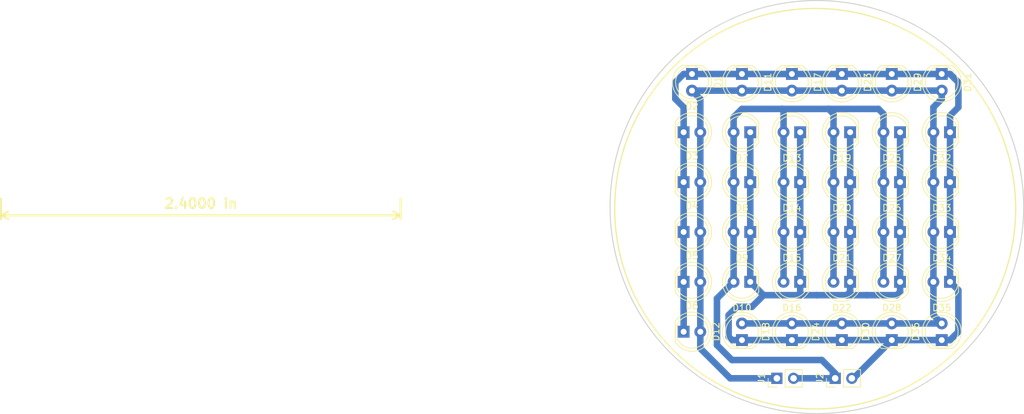
<source format=kicad_pcb>
(kicad_pcb (version 4) (host pcbnew 4.0.6)

  (general
    (links 73)
    (no_connects 0)
    (area 81.28 53.468853 237.361147 116.711147)
    (thickness 1.6)
    (drawings 3)
    (tracks 119)
    (zones 0)
    (modules 38)
    (nets 4)
  )

  (page A4)
  (layers
    (0 F.Cu signal)
    (31 B.Cu signal)
    (32 B.Adhes user)
    (33 F.Adhes user)
    (34 B.Paste user)
    (35 F.Paste user)
    (36 B.SilkS user)
    (37 F.SilkS user)
    (38 B.Mask user)
    (39 F.Mask user)
    (40 Dwgs.User user)
    (41 Cmts.User user)
    (42 Eco1.User user)
    (43 Eco2.User user)
    (44 Edge.Cuts user)
    (45 Margin user)
    (46 B.CrtYd user)
    (47 F.CrtYd user)
    (48 B.Fab user)
    (49 F.Fab user)
  )

  (setup
    (last_trace_width 1)
    (trace_clearance 0.5)
    (zone_clearance 0.508)
    (zone_45_only no)
    (trace_min 0.2)
    (segment_width 0.2)
    (edge_width 0.15)
    (via_size 1)
    (via_drill 0.4)
    (via_min_size 0.4)
    (via_min_drill 0.3)
    (uvia_size 0.3)
    (uvia_drill 0.1)
    (uvias_allowed no)
    (uvia_min_size 0.2)
    (uvia_min_drill 0.1)
    (pcb_text_width 0.3)
    (pcb_text_size 1.5 1.5)
    (mod_edge_width 0.15)
    (mod_text_size 1 1)
    (mod_text_width 0.15)
    (pad_size 1.524 1.524)
    (pad_drill 0.762)
    (pad_to_mask_clearance 0.2)
    (aux_axis_origin 0 0)
    (visible_elements FFFFFF7F)
    (pcbplotparams
      (layerselection 0x01000_00000000)
      (usegerberextensions false)
      (excludeedgelayer true)
      (linewidth 1.000000)
      (plotframeref false)
      (viasonmask false)
      (mode 1)
      (useauxorigin false)
      (hpglpennumber 1)
      (hpglpenspeed 20)
      (hpglpendiameter 15)
      (hpglpenoverlay 2)
      (psnegative false)
      (psa4output false)
      (plotreference true)
      (plotvalue true)
      (plotinvisibletext false)
      (padsonsilk false)
      (subtractmaskfromsilk false)
      (outputformat 1)
      (mirror false)
      (drillshape 0)
      (scaleselection 1)
      (outputdirectory ../../cam/))
  )

  (net 0 "")
  (net 1 GND)
  (net 2 Wide_Circle)
  (net 3 Spott_Circle)

  (net_class Default "This is the default net class."
    (clearance 0.5)
    (trace_width 1)
    (via_dia 1)
    (via_drill 0.4)
    (uvia_dia 0.3)
    (uvia_drill 0.1)
    (add_net GND)
    (add_net Spott_Circle)
    (add_net Wide_Circle)
  )

  (module LEDs:LED_D5.0mm (layer F.Cu) (tedit 5A2D67ED) (tstamp 5A2D5198)
    (at 186.69 64.77 270)
    (descr "LED, diameter 5.0mm, 2 pins, http://cdn-reichelt.de/documents/datenblatt/A500/LL-504BC2E-009.pdf")
    (tags "LED diameter 5.0mm 2 pins")
    (path /5A2D523D)
    (fp_text reference D1 (at 1.27 -3.96 270) (layer F.SilkS)
      (effects (font (size 1 1) (thickness 0.15)))
    )
    (fp_text value LED (at 1.27 3.96 270) (layer F.Fab)
      (effects (font (size 1 1) (thickness 0.15)))
    )
    (fp_arc (start 1.27 0) (end -1.23 -1.469694) (angle 299.1) (layer F.Fab) (width 0.1))
    (fp_arc (start 1.27 0) (end -1.29 -1.54483) (angle 148.9) (layer F.SilkS) (width 0.12))
    (fp_arc (start 1.27 0) (end -1.29 1.54483) (angle -148.9) (layer F.SilkS) (width 0.12))
    (fp_circle (center 1.27 0) (end 3.77 0) (layer F.Fab) (width 0.1))
    (fp_circle (center 1.27 0) (end 3.77 0) (layer F.SilkS) (width 0.12))
    (fp_line (start -1.23 -1.469694) (end -1.23 1.469694) (layer F.Fab) (width 0.1))
    (fp_line (start -1.29 -1.545) (end -1.29 1.545) (layer F.SilkS) (width 0.12))
    (fp_line (start -1.95 -3.25) (end -1.95 3.25) (layer F.CrtYd) (width 0.05))
    (fp_line (start -1.95 3.25) (end 4.5 3.25) (layer F.CrtYd) (width 0.05))
    (fp_line (start 4.5 3.25) (end 4.5 -3.25) (layer F.CrtYd) (width 0.05))
    (fp_line (start 4.5 -3.25) (end -1.95 -3.25) (layer F.CrtYd) (width 0.05))
    (fp_text user %R (at 1.25 0 540) (layer F.Fab)
      (effects (font (size 0.8 0.8) (thickness 0.2)))
    )
    (pad 1 thru_hole rect (at 0 0 270) (size 1.8 1.8) (drill 0.9) (layers *.Cu *.Mask)
      (net 1 GND))
    (pad 2 thru_hole circle (at 2.54 0 270) (size 1.8 1.8) (drill 0.9) (layers *.Cu *.Mask)
      (net 2 Wide_Circle))
    (model ${KISYS3DMOD}/LEDs.3dshapes/LED_D5.0mm.wrl
      (at (xyz 0 0 0))
      (scale (xyz 0.393701 0.393701 0.393701))
      (rotate (xyz 0 0 0))
    )
  )

  (module LEDs:LED_D5.0mm (layer F.Cu) (tedit 5995936A) (tstamp 5A2D519E)
    (at 185.42 73.66)
    (descr "LED, diameter 5.0mm, 2 pins, http://cdn-reichelt.de/documents/datenblatt/A500/LL-504BC2E-009.pdf")
    (tags "LED diameter 5.0mm 2 pins")
    (path /5A2D5237)
    (fp_text reference D2 (at 1.27 -3.96) (layer F.SilkS)
      (effects (font (size 1 1) (thickness 0.15)))
    )
    (fp_text value LED (at 1.27 3.96) (layer F.Fab)
      (effects (font (size 1 1) (thickness 0.15)))
    )
    (fp_arc (start 1.27 0) (end -1.23 -1.469694) (angle 299.1) (layer F.Fab) (width 0.1))
    (fp_arc (start 1.27 0) (end -1.29 -1.54483) (angle 148.9) (layer F.SilkS) (width 0.12))
    (fp_arc (start 1.27 0) (end -1.29 1.54483) (angle -148.9) (layer F.SilkS) (width 0.12))
    (fp_circle (center 1.27 0) (end 3.77 0) (layer F.Fab) (width 0.1))
    (fp_circle (center 1.27 0) (end 3.77 0) (layer F.SilkS) (width 0.12))
    (fp_line (start -1.23 -1.469694) (end -1.23 1.469694) (layer F.Fab) (width 0.1))
    (fp_line (start -1.29 -1.545) (end -1.29 1.545) (layer F.SilkS) (width 0.12))
    (fp_line (start -1.95 -3.25) (end -1.95 3.25) (layer F.CrtYd) (width 0.05))
    (fp_line (start -1.95 3.25) (end 4.5 3.25) (layer F.CrtYd) (width 0.05))
    (fp_line (start 4.5 3.25) (end 4.5 -3.25) (layer F.CrtYd) (width 0.05))
    (fp_line (start 4.5 -3.25) (end -1.95 -3.25) (layer F.CrtYd) (width 0.05))
    (fp_text user %R (at 1.25 0) (layer F.Fab)
      (effects (font (size 0.8 0.8) (thickness 0.2)))
    )
    (pad 1 thru_hole rect (at 0 0) (size 1.8 1.8) (drill 0.9) (layers *.Cu *.Mask)
      (net 1 GND))
    (pad 2 thru_hole circle (at 2.54 0) (size 1.8 1.8) (drill 0.9) (layers *.Cu *.Mask)
      (net 2 Wide_Circle))
    (model ${KISYS3DMOD}/LEDs.3dshapes/LED_D5.0mm.wrl
      (at (xyz 0 0 0))
      (scale (xyz 0.393701 0.393701 0.393701))
      (rotate (xyz 0 0 0))
    )
  )

  (module LEDs:LED_D5.0mm (layer F.Cu) (tedit 5995936A) (tstamp 5A2D51A4)
    (at 185.42 81.28)
    (descr "LED, diameter 5.0mm, 2 pins, http://cdn-reichelt.de/documents/datenblatt/A500/LL-504BC2E-009.pdf")
    (tags "LED diameter 5.0mm 2 pins")
    (path /5A2D50F2)
    (fp_text reference D3 (at 1.27 -3.96) (layer F.SilkS)
      (effects (font (size 1 1) (thickness 0.15)))
    )
    (fp_text value LED (at 1.27 3.96) (layer F.Fab)
      (effects (font (size 1 1) (thickness 0.15)))
    )
    (fp_arc (start 1.27 0) (end -1.23 -1.469694) (angle 299.1) (layer F.Fab) (width 0.1))
    (fp_arc (start 1.27 0) (end -1.29 -1.54483) (angle 148.9) (layer F.SilkS) (width 0.12))
    (fp_arc (start 1.27 0) (end -1.29 1.54483) (angle -148.9) (layer F.SilkS) (width 0.12))
    (fp_circle (center 1.27 0) (end 3.77 0) (layer F.Fab) (width 0.1))
    (fp_circle (center 1.27 0) (end 3.77 0) (layer F.SilkS) (width 0.12))
    (fp_line (start -1.23 -1.469694) (end -1.23 1.469694) (layer F.Fab) (width 0.1))
    (fp_line (start -1.29 -1.545) (end -1.29 1.545) (layer F.SilkS) (width 0.12))
    (fp_line (start -1.95 -3.25) (end -1.95 3.25) (layer F.CrtYd) (width 0.05))
    (fp_line (start -1.95 3.25) (end 4.5 3.25) (layer F.CrtYd) (width 0.05))
    (fp_line (start 4.5 3.25) (end 4.5 -3.25) (layer F.CrtYd) (width 0.05))
    (fp_line (start 4.5 -3.25) (end -1.95 -3.25) (layer F.CrtYd) (width 0.05))
    (fp_text user %R (at 1.25 0) (layer F.Fab)
      (effects (font (size 0.8 0.8) (thickness 0.2)))
    )
    (pad 1 thru_hole rect (at 0 0) (size 1.8 1.8) (drill 0.9) (layers *.Cu *.Mask)
      (net 1 GND))
    (pad 2 thru_hole circle (at 2.54 0) (size 1.8 1.8) (drill 0.9) (layers *.Cu *.Mask)
      (net 2 Wide_Circle))
    (model ${KISYS3DMOD}/LEDs.3dshapes/LED_D5.0mm.wrl
      (at (xyz 0 0 0))
      (scale (xyz 0.393701 0.393701 0.393701))
      (rotate (xyz 0 0 0))
    )
  )

  (module LEDs:LED_D5.0mm (layer F.Cu) (tedit 5995936A) (tstamp 5A2D51AA)
    (at 185.42 88.9)
    (descr "LED, diameter 5.0mm, 2 pins, http://cdn-reichelt.de/documents/datenblatt/A500/LL-504BC2E-009.pdf")
    (tags "LED diameter 5.0mm 2 pins")
    (path /5A2D50EC)
    (fp_text reference D4 (at 1.27 -3.96) (layer F.SilkS)
      (effects (font (size 1 1) (thickness 0.15)))
    )
    (fp_text value LED (at 1.27 3.96) (layer F.Fab)
      (effects (font (size 1 1) (thickness 0.15)))
    )
    (fp_arc (start 1.27 0) (end -1.23 -1.469694) (angle 299.1) (layer F.Fab) (width 0.1))
    (fp_arc (start 1.27 0) (end -1.29 -1.54483) (angle 148.9) (layer F.SilkS) (width 0.12))
    (fp_arc (start 1.27 0) (end -1.29 1.54483) (angle -148.9) (layer F.SilkS) (width 0.12))
    (fp_circle (center 1.27 0) (end 3.77 0) (layer F.Fab) (width 0.1))
    (fp_circle (center 1.27 0) (end 3.77 0) (layer F.SilkS) (width 0.12))
    (fp_line (start -1.23 -1.469694) (end -1.23 1.469694) (layer F.Fab) (width 0.1))
    (fp_line (start -1.29 -1.545) (end -1.29 1.545) (layer F.SilkS) (width 0.12))
    (fp_line (start -1.95 -3.25) (end -1.95 3.25) (layer F.CrtYd) (width 0.05))
    (fp_line (start -1.95 3.25) (end 4.5 3.25) (layer F.CrtYd) (width 0.05))
    (fp_line (start 4.5 3.25) (end 4.5 -3.25) (layer F.CrtYd) (width 0.05))
    (fp_line (start 4.5 -3.25) (end -1.95 -3.25) (layer F.CrtYd) (width 0.05))
    (fp_text user %R (at 1.25 0) (layer F.Fab)
      (effects (font (size 0.8 0.8) (thickness 0.2)))
    )
    (pad 1 thru_hole rect (at 0 0) (size 1.8 1.8) (drill 0.9) (layers *.Cu *.Mask)
      (net 1 GND))
    (pad 2 thru_hole circle (at 2.54 0) (size 1.8 1.8) (drill 0.9) (layers *.Cu *.Mask)
      (net 2 Wide_Circle))
    (model ${KISYS3DMOD}/LEDs.3dshapes/LED_D5.0mm.wrl
      (at (xyz 0 0 0))
      (scale (xyz 0.393701 0.393701 0.393701))
      (rotate (xyz 0 0 0))
    )
  )

  (module LEDs:LED_D5.0mm (layer F.Cu) (tedit 5995936A) (tstamp 5A2D51B0)
    (at 185.42 96.52)
    (descr "LED, diameter 5.0mm, 2 pins, http://cdn-reichelt.de/documents/datenblatt/A500/LL-504BC2E-009.pdf")
    (tags "LED diameter 5.0mm 2 pins")
    (path /5A2D479D)
    (fp_text reference D5 (at 1.27 -3.96) (layer F.SilkS)
      (effects (font (size 1 1) (thickness 0.15)))
    )
    (fp_text value LED (at 1.27 3.96) (layer F.Fab)
      (effects (font (size 1 1) (thickness 0.15)))
    )
    (fp_arc (start 1.27 0) (end -1.23 -1.469694) (angle 299.1) (layer F.Fab) (width 0.1))
    (fp_arc (start 1.27 0) (end -1.29 -1.54483) (angle 148.9) (layer F.SilkS) (width 0.12))
    (fp_arc (start 1.27 0) (end -1.29 1.54483) (angle -148.9) (layer F.SilkS) (width 0.12))
    (fp_circle (center 1.27 0) (end 3.77 0) (layer F.Fab) (width 0.1))
    (fp_circle (center 1.27 0) (end 3.77 0) (layer F.SilkS) (width 0.12))
    (fp_line (start -1.23 -1.469694) (end -1.23 1.469694) (layer F.Fab) (width 0.1))
    (fp_line (start -1.29 -1.545) (end -1.29 1.545) (layer F.SilkS) (width 0.12))
    (fp_line (start -1.95 -3.25) (end -1.95 3.25) (layer F.CrtYd) (width 0.05))
    (fp_line (start -1.95 3.25) (end 4.5 3.25) (layer F.CrtYd) (width 0.05))
    (fp_line (start 4.5 3.25) (end 4.5 -3.25) (layer F.CrtYd) (width 0.05))
    (fp_line (start 4.5 -3.25) (end -1.95 -3.25) (layer F.CrtYd) (width 0.05))
    (fp_text user %R (at 1.25 0) (layer F.Fab)
      (effects (font (size 0.8 0.8) (thickness 0.2)))
    )
    (pad 1 thru_hole rect (at 0 0) (size 1.8 1.8) (drill 0.9) (layers *.Cu *.Mask)
      (net 1 GND))
    (pad 2 thru_hole circle (at 2.54 0) (size 1.8 1.8) (drill 0.9) (layers *.Cu *.Mask)
      (net 2 Wide_Circle))
    (model ${KISYS3DMOD}/LEDs.3dshapes/LED_D5.0mm.wrl
      (at (xyz 0 0 0))
      (scale (xyz 0.393701 0.393701 0.393701))
      (rotate (xyz 0 0 0))
    )
  )

  (module LEDs:LED_D5.0mm (layer F.Cu) (tedit 5995936A) (tstamp 5A2D51B6)
    (at 185.42 104.14)
    (descr "LED, diameter 5.0mm, 2 pins, http://cdn-reichelt.de/documents/datenblatt/A500/LL-504BC2E-009.pdf")
    (tags "LED diameter 5.0mm 2 pins")
    (path /5A2D4734)
    (fp_text reference D6 (at 1.27 -3.96) (layer F.SilkS)
      (effects (font (size 1 1) (thickness 0.15)))
    )
    (fp_text value LED (at 1.27 3.96) (layer F.Fab)
      (effects (font (size 1 1) (thickness 0.15)))
    )
    (fp_arc (start 1.27 0) (end -1.23 -1.469694) (angle 299.1) (layer F.Fab) (width 0.1))
    (fp_arc (start 1.27 0) (end -1.29 -1.54483) (angle 148.9) (layer F.SilkS) (width 0.12))
    (fp_arc (start 1.27 0) (end -1.29 1.54483) (angle -148.9) (layer F.SilkS) (width 0.12))
    (fp_circle (center 1.27 0) (end 3.77 0) (layer F.Fab) (width 0.1))
    (fp_circle (center 1.27 0) (end 3.77 0) (layer F.SilkS) (width 0.12))
    (fp_line (start -1.23 -1.469694) (end -1.23 1.469694) (layer F.Fab) (width 0.1))
    (fp_line (start -1.29 -1.545) (end -1.29 1.545) (layer F.SilkS) (width 0.12))
    (fp_line (start -1.95 -3.25) (end -1.95 3.25) (layer F.CrtYd) (width 0.05))
    (fp_line (start -1.95 3.25) (end 4.5 3.25) (layer F.CrtYd) (width 0.05))
    (fp_line (start 4.5 3.25) (end 4.5 -3.25) (layer F.CrtYd) (width 0.05))
    (fp_line (start 4.5 -3.25) (end -1.95 -3.25) (layer F.CrtYd) (width 0.05))
    (fp_text user %R (at 1.25 0) (layer F.Fab)
      (effects (font (size 0.8 0.8) (thickness 0.2)))
    )
    (pad 1 thru_hole rect (at 0 0) (size 1.8 1.8) (drill 0.9) (layers *.Cu *.Mask)
      (net 1 GND))
    (pad 2 thru_hole circle (at 2.54 0) (size 1.8 1.8) (drill 0.9) (layers *.Cu *.Mask)
      (net 2 Wide_Circle))
    (model ${KISYS3DMOD}/LEDs.3dshapes/LED_D5.0mm.wrl
      (at (xyz 0 0 0))
      (scale (xyz 0.393701 0.393701 0.393701))
      (rotate (xyz 0 0 0))
    )
  )

  (module LEDs:LED_D5.0mm (layer F.Cu) (tedit 5995936A) (tstamp 5A2D51BC)
    (at 195.58 73.66 180)
    (descr "LED, diameter 5.0mm, 2 pins, http://cdn-reichelt.de/documents/datenblatt/A500/LL-504BC2E-009.pdf")
    (tags "LED diameter 5.0mm 2 pins")
    (path /5A2D5427)
    (fp_text reference D7 (at 1.27 -3.96 180) (layer F.SilkS)
      (effects (font (size 1 1) (thickness 0.15)))
    )
    (fp_text value LED (at 1.27 3.96 180) (layer F.Fab)
      (effects (font (size 1 1) (thickness 0.15)))
    )
    (fp_arc (start 1.27 0) (end -1.23 -1.469694) (angle 299.1) (layer F.Fab) (width 0.1))
    (fp_arc (start 1.27 0) (end -1.29 -1.54483) (angle 148.9) (layer F.SilkS) (width 0.12))
    (fp_arc (start 1.27 0) (end -1.29 1.54483) (angle -148.9) (layer F.SilkS) (width 0.12))
    (fp_circle (center 1.27 0) (end 3.77 0) (layer F.Fab) (width 0.1))
    (fp_circle (center 1.27 0) (end 3.77 0) (layer F.SilkS) (width 0.12))
    (fp_line (start -1.23 -1.469694) (end -1.23 1.469694) (layer F.Fab) (width 0.1))
    (fp_line (start -1.29 -1.545) (end -1.29 1.545) (layer F.SilkS) (width 0.12))
    (fp_line (start -1.95 -3.25) (end -1.95 3.25) (layer F.CrtYd) (width 0.05))
    (fp_line (start -1.95 3.25) (end 4.5 3.25) (layer F.CrtYd) (width 0.05))
    (fp_line (start 4.5 3.25) (end 4.5 -3.25) (layer F.CrtYd) (width 0.05))
    (fp_line (start 4.5 -3.25) (end -1.95 -3.25) (layer F.CrtYd) (width 0.05))
    (fp_text user %R (at 1.25 0 180) (layer F.Fab)
      (effects (font (size 0.8 0.8) (thickness 0.2)))
    )
    (pad 1 thru_hole rect (at 0 0 180) (size 1.8 1.8) (drill 0.9) (layers *.Cu *.Mask)
      (net 1 GND))
    (pad 2 thru_hole circle (at 2.54 0 180) (size 1.8 1.8) (drill 0.9) (layers *.Cu *.Mask)
      (net 3 Spott_Circle))
    (model ${KISYS3DMOD}/LEDs.3dshapes/LED_D5.0mm.wrl
      (at (xyz 0 0 0))
      (scale (xyz 0.393701 0.393701 0.393701))
      (rotate (xyz 0 0 0))
    )
  )

  (module LEDs:LED_D5.0mm (layer F.Cu) (tedit 5995936A) (tstamp 5A2D51C2)
    (at 195.58 81.28 180)
    (descr "LED, diameter 5.0mm, 2 pins, http://cdn-reichelt.de/documents/datenblatt/A500/LL-504BC2E-009.pdf")
    (tags "LED diameter 5.0mm 2 pins")
    (path /5A2D541B)
    (fp_text reference D8 (at 1.27 -3.96 180) (layer F.SilkS)
      (effects (font (size 1 1) (thickness 0.15)))
    )
    (fp_text value LED (at 1.27 3.96 180) (layer F.Fab)
      (effects (font (size 1 1) (thickness 0.15)))
    )
    (fp_arc (start 1.27 0) (end -1.23 -1.469694) (angle 299.1) (layer F.Fab) (width 0.1))
    (fp_arc (start 1.27 0) (end -1.29 -1.54483) (angle 148.9) (layer F.SilkS) (width 0.12))
    (fp_arc (start 1.27 0) (end -1.29 1.54483) (angle -148.9) (layer F.SilkS) (width 0.12))
    (fp_circle (center 1.27 0) (end 3.77 0) (layer F.Fab) (width 0.1))
    (fp_circle (center 1.27 0) (end 3.77 0) (layer F.SilkS) (width 0.12))
    (fp_line (start -1.23 -1.469694) (end -1.23 1.469694) (layer F.Fab) (width 0.1))
    (fp_line (start -1.29 -1.545) (end -1.29 1.545) (layer F.SilkS) (width 0.12))
    (fp_line (start -1.95 -3.25) (end -1.95 3.25) (layer F.CrtYd) (width 0.05))
    (fp_line (start -1.95 3.25) (end 4.5 3.25) (layer F.CrtYd) (width 0.05))
    (fp_line (start 4.5 3.25) (end 4.5 -3.25) (layer F.CrtYd) (width 0.05))
    (fp_line (start 4.5 -3.25) (end -1.95 -3.25) (layer F.CrtYd) (width 0.05))
    (fp_text user %R (at 1.25 0 180) (layer F.Fab)
      (effects (font (size 0.8 0.8) (thickness 0.2)))
    )
    (pad 1 thru_hole rect (at 0 0 180) (size 1.8 1.8) (drill 0.9) (layers *.Cu *.Mask)
      (net 1 GND))
    (pad 2 thru_hole circle (at 2.54 0 180) (size 1.8 1.8) (drill 0.9) (layers *.Cu *.Mask)
      (net 3 Spott_Circle))
    (model ${KISYS3DMOD}/LEDs.3dshapes/LED_D5.0mm.wrl
      (at (xyz 0 0 0))
      (scale (xyz 0.393701 0.393701 0.393701))
      (rotate (xyz 0 0 0))
    )
  )

  (module LEDs:LED_D5.0mm (layer F.Cu) (tedit 5995936A) (tstamp 5A2D51C8)
    (at 195.58 88.9 180)
    (descr "LED, diameter 5.0mm, 2 pins, http://cdn-reichelt.de/documents/datenblatt/A500/LL-504BC2E-009.pdf")
    (tags "LED diameter 5.0mm 2 pins")
    (path /5A2D5415)
    (fp_text reference D9 (at 1.27 -3.96 180) (layer F.SilkS)
      (effects (font (size 1 1) (thickness 0.15)))
    )
    (fp_text value LED (at 1.27 3.96 180) (layer F.Fab)
      (effects (font (size 1 1) (thickness 0.15)))
    )
    (fp_arc (start 1.27 0) (end -1.23 -1.469694) (angle 299.1) (layer F.Fab) (width 0.1))
    (fp_arc (start 1.27 0) (end -1.29 -1.54483) (angle 148.9) (layer F.SilkS) (width 0.12))
    (fp_arc (start 1.27 0) (end -1.29 1.54483) (angle -148.9) (layer F.SilkS) (width 0.12))
    (fp_circle (center 1.27 0) (end 3.77 0) (layer F.Fab) (width 0.1))
    (fp_circle (center 1.27 0) (end 3.77 0) (layer F.SilkS) (width 0.12))
    (fp_line (start -1.23 -1.469694) (end -1.23 1.469694) (layer F.Fab) (width 0.1))
    (fp_line (start -1.29 -1.545) (end -1.29 1.545) (layer F.SilkS) (width 0.12))
    (fp_line (start -1.95 -3.25) (end -1.95 3.25) (layer F.CrtYd) (width 0.05))
    (fp_line (start -1.95 3.25) (end 4.5 3.25) (layer F.CrtYd) (width 0.05))
    (fp_line (start 4.5 3.25) (end 4.5 -3.25) (layer F.CrtYd) (width 0.05))
    (fp_line (start 4.5 -3.25) (end -1.95 -3.25) (layer F.CrtYd) (width 0.05))
    (fp_text user %R (at 1.25 0 180) (layer F.Fab)
      (effects (font (size 0.8 0.8) (thickness 0.2)))
    )
    (pad 1 thru_hole rect (at 0 0 180) (size 1.8 1.8) (drill 0.9) (layers *.Cu *.Mask)
      (net 1 GND))
    (pad 2 thru_hole circle (at 2.54 0 180) (size 1.8 1.8) (drill 0.9) (layers *.Cu *.Mask)
      (net 3 Spott_Circle))
    (model ${KISYS3DMOD}/LEDs.3dshapes/LED_D5.0mm.wrl
      (at (xyz 0 0 0))
      (scale (xyz 0.393701 0.393701 0.393701))
      (rotate (xyz 0 0 0))
    )
  )

  (module LEDs:LED_D5.0mm (layer F.Cu) (tedit 5995936A) (tstamp 5A2D51CE)
    (at 195.58 96.52 180)
    (descr "LED, diameter 5.0mm, 2 pins, http://cdn-reichelt.de/documents/datenblatt/A500/LL-504BC2E-009.pdf")
    (tags "LED diameter 5.0mm 2 pins")
    (path /5A2D540F)
    (fp_text reference D10 (at 1.27 -3.96 180) (layer F.SilkS)
      (effects (font (size 1 1) (thickness 0.15)))
    )
    (fp_text value LED (at 1.27 3.96 180) (layer F.Fab)
      (effects (font (size 1 1) (thickness 0.15)))
    )
    (fp_arc (start 1.27 0) (end -1.23 -1.469694) (angle 299.1) (layer F.Fab) (width 0.1))
    (fp_arc (start 1.27 0) (end -1.29 -1.54483) (angle 148.9) (layer F.SilkS) (width 0.12))
    (fp_arc (start 1.27 0) (end -1.29 1.54483) (angle -148.9) (layer F.SilkS) (width 0.12))
    (fp_circle (center 1.27 0) (end 3.77 0) (layer F.Fab) (width 0.1))
    (fp_circle (center 1.27 0) (end 3.77 0) (layer F.SilkS) (width 0.12))
    (fp_line (start -1.23 -1.469694) (end -1.23 1.469694) (layer F.Fab) (width 0.1))
    (fp_line (start -1.29 -1.545) (end -1.29 1.545) (layer F.SilkS) (width 0.12))
    (fp_line (start -1.95 -3.25) (end -1.95 3.25) (layer F.CrtYd) (width 0.05))
    (fp_line (start -1.95 3.25) (end 4.5 3.25) (layer F.CrtYd) (width 0.05))
    (fp_line (start 4.5 3.25) (end 4.5 -3.25) (layer F.CrtYd) (width 0.05))
    (fp_line (start 4.5 -3.25) (end -1.95 -3.25) (layer F.CrtYd) (width 0.05))
    (fp_text user %R (at 1.25 0 180) (layer F.Fab)
      (effects (font (size 0.8 0.8) (thickness 0.2)))
    )
    (pad 1 thru_hole rect (at 0 0 180) (size 1.8 1.8) (drill 0.9) (layers *.Cu *.Mask)
      (net 1 GND))
    (pad 2 thru_hole circle (at 2.54 0 180) (size 1.8 1.8) (drill 0.9) (layers *.Cu *.Mask)
      (net 3 Spott_Circle))
    (model ${KISYS3DMOD}/LEDs.3dshapes/LED_D5.0mm.wrl
      (at (xyz 0 0 0))
      (scale (xyz 0.393701 0.393701 0.393701))
      (rotate (xyz 0 0 0))
    )
  )

  (module LEDs:LED_D5.0mm (layer F.Cu) (tedit 5995936A) (tstamp 5A2D51D4)
    (at 194.31 64.77 270)
    (descr "LED, diameter 5.0mm, 2 pins, http://cdn-reichelt.de/documents/datenblatt/A500/LL-504BC2E-009.pdf")
    (tags "LED diameter 5.0mm 2 pins")
    (path /5A2D542D)
    (fp_text reference D11 (at 1.27 -3.96 270) (layer F.SilkS)
      (effects (font (size 1 1) (thickness 0.15)))
    )
    (fp_text value LED (at 1.27 3.96 270) (layer F.Fab)
      (effects (font (size 1 1) (thickness 0.15)))
    )
    (fp_arc (start 1.27 0) (end -1.23 -1.469694) (angle 299.1) (layer F.Fab) (width 0.1))
    (fp_arc (start 1.27 0) (end -1.29 -1.54483) (angle 148.9) (layer F.SilkS) (width 0.12))
    (fp_arc (start 1.27 0) (end -1.29 1.54483) (angle -148.9) (layer F.SilkS) (width 0.12))
    (fp_circle (center 1.27 0) (end 3.77 0) (layer F.Fab) (width 0.1))
    (fp_circle (center 1.27 0) (end 3.77 0) (layer F.SilkS) (width 0.12))
    (fp_line (start -1.23 -1.469694) (end -1.23 1.469694) (layer F.Fab) (width 0.1))
    (fp_line (start -1.29 -1.545) (end -1.29 1.545) (layer F.SilkS) (width 0.12))
    (fp_line (start -1.95 -3.25) (end -1.95 3.25) (layer F.CrtYd) (width 0.05))
    (fp_line (start -1.95 3.25) (end 4.5 3.25) (layer F.CrtYd) (width 0.05))
    (fp_line (start 4.5 3.25) (end 4.5 -3.25) (layer F.CrtYd) (width 0.05))
    (fp_line (start 4.5 -3.25) (end -1.95 -3.25) (layer F.CrtYd) (width 0.05))
    (fp_text user %R (at 1.25 0 270) (layer F.Fab)
      (effects (font (size 0.8 0.8) (thickness 0.2)))
    )
    (pad 1 thru_hole rect (at 0 0 270) (size 1.8 1.8) (drill 0.9) (layers *.Cu *.Mask)
      (net 1 GND))
    (pad 2 thru_hole circle (at 2.54 0 270) (size 1.8 1.8) (drill 0.9) (layers *.Cu *.Mask)
      (net 2 Wide_Circle))
    (model ${KISYS3DMOD}/LEDs.3dshapes/LED_D5.0mm.wrl
      (at (xyz 0 0 0))
      (scale (xyz 0.393701 0.393701 0.393701))
      (rotate (xyz 0 0 0))
    )
  )

  (module LEDs:LED_D5.0mm (layer F.Cu) (tedit 5995936A) (tstamp 5A2D51DA)
    (at 194.31 105.41 90)
    (descr "LED, diameter 5.0mm, 2 pins, http://cdn-reichelt.de/documents/datenblatt/A500/LL-504BC2E-009.pdf")
    (tags "LED diameter 5.0mm 2 pins")
    (path /5A2D5409)
    (fp_text reference D12 (at 1.27 -3.96 90) (layer F.SilkS)
      (effects (font (size 1 1) (thickness 0.15)))
    )
    (fp_text value LED (at 1.27 3.96 90) (layer F.Fab)
      (effects (font (size 1 1) (thickness 0.15)))
    )
    (fp_arc (start 1.27 0) (end -1.23 -1.469694) (angle 299.1) (layer F.Fab) (width 0.1))
    (fp_arc (start 1.27 0) (end -1.29 -1.54483) (angle 148.9) (layer F.SilkS) (width 0.12))
    (fp_arc (start 1.27 0) (end -1.29 1.54483) (angle -148.9) (layer F.SilkS) (width 0.12))
    (fp_circle (center 1.27 0) (end 3.77 0) (layer F.Fab) (width 0.1))
    (fp_circle (center 1.27 0) (end 3.77 0) (layer F.SilkS) (width 0.12))
    (fp_line (start -1.23 -1.469694) (end -1.23 1.469694) (layer F.Fab) (width 0.1))
    (fp_line (start -1.29 -1.545) (end -1.29 1.545) (layer F.SilkS) (width 0.12))
    (fp_line (start -1.95 -3.25) (end -1.95 3.25) (layer F.CrtYd) (width 0.05))
    (fp_line (start -1.95 3.25) (end 4.5 3.25) (layer F.CrtYd) (width 0.05))
    (fp_line (start 4.5 3.25) (end 4.5 -3.25) (layer F.CrtYd) (width 0.05))
    (fp_line (start 4.5 -3.25) (end -1.95 -3.25) (layer F.CrtYd) (width 0.05))
    (fp_text user %R (at 1.25 0 90) (layer F.Fab)
      (effects (font (size 0.8 0.8) (thickness 0.2)))
    )
    (pad 1 thru_hole rect (at 0 0 90) (size 1.8 1.8) (drill 0.9) (layers *.Cu *.Mask)
      (net 1 GND))
    (pad 2 thru_hole circle (at 2.54 0 90) (size 1.8 1.8) (drill 0.9) (layers *.Cu *.Mask)
      (net 2 Wide_Circle))
    (model ${KISYS3DMOD}/LEDs.3dshapes/LED_D5.0mm.wrl
      (at (xyz 0 0 0))
      (scale (xyz 0.393701 0.393701 0.393701))
      (rotate (xyz 0 0 0))
    )
  )

  (module LEDs:LED_D5.0mm (layer F.Cu) (tedit 5995936A) (tstamp 5A2D51E0)
    (at 203.2 73.66 180)
    (descr "LED, diameter 5.0mm, 2 pins, http://cdn-reichelt.de/documents/datenblatt/A500/LL-504BC2E-009.pdf")
    (tags "LED diameter 5.0mm 2 pins")
    (path /5A2D5561)
    (fp_text reference D13 (at 1.27 -3.96 180) (layer F.SilkS)
      (effects (font (size 1 1) (thickness 0.15)))
    )
    (fp_text value LED (at 1.27 3.96 180) (layer F.Fab)
      (effects (font (size 1 1) (thickness 0.15)))
    )
    (fp_arc (start 1.27 0) (end -1.23 -1.469694) (angle 299.1) (layer F.Fab) (width 0.1))
    (fp_arc (start 1.27 0) (end -1.29 -1.54483) (angle 148.9) (layer F.SilkS) (width 0.12))
    (fp_arc (start 1.27 0) (end -1.29 1.54483) (angle -148.9) (layer F.SilkS) (width 0.12))
    (fp_circle (center 1.27 0) (end 3.77 0) (layer F.Fab) (width 0.1))
    (fp_circle (center 1.27 0) (end 3.77 0) (layer F.SilkS) (width 0.12))
    (fp_line (start -1.23 -1.469694) (end -1.23 1.469694) (layer F.Fab) (width 0.1))
    (fp_line (start -1.29 -1.545) (end -1.29 1.545) (layer F.SilkS) (width 0.12))
    (fp_line (start -1.95 -3.25) (end -1.95 3.25) (layer F.CrtYd) (width 0.05))
    (fp_line (start -1.95 3.25) (end 4.5 3.25) (layer F.CrtYd) (width 0.05))
    (fp_line (start 4.5 3.25) (end 4.5 -3.25) (layer F.CrtYd) (width 0.05))
    (fp_line (start 4.5 -3.25) (end -1.95 -3.25) (layer F.CrtYd) (width 0.05))
    (fp_text user %R (at 1.25 0 180) (layer F.Fab)
      (effects (font (size 0.8 0.8) (thickness 0.2)))
    )
    (pad 1 thru_hole rect (at 0 0 180) (size 1.8 1.8) (drill 0.9) (layers *.Cu *.Mask)
      (net 1 GND))
    (pad 2 thru_hole circle (at 2.54 0 180) (size 1.8 1.8) (drill 0.9) (layers *.Cu *.Mask)
      (net 3 Spott_Circle))
    (model ${KISYS3DMOD}/LEDs.3dshapes/LED_D5.0mm.wrl
      (at (xyz 0 0 0))
      (scale (xyz 0.393701 0.393701 0.393701))
      (rotate (xyz 0 0 0))
    )
  )

  (module LEDs:LED_D5.0mm (layer F.Cu) (tedit 5995936A) (tstamp 5A2D51E6)
    (at 203.2 81.28 180)
    (descr "LED, diameter 5.0mm, 2 pins, http://cdn-reichelt.de/documents/datenblatt/A500/LL-504BC2E-009.pdf")
    (tags "LED diameter 5.0mm 2 pins")
    (path /5A2D5555)
    (fp_text reference D14 (at 1.27 -3.96 180) (layer F.SilkS)
      (effects (font (size 1 1) (thickness 0.15)))
    )
    (fp_text value LED (at 1.27 3.96 180) (layer F.Fab)
      (effects (font (size 1 1) (thickness 0.15)))
    )
    (fp_arc (start 1.27 0) (end -1.23 -1.469694) (angle 299.1) (layer F.Fab) (width 0.1))
    (fp_arc (start 1.27 0) (end -1.29 -1.54483) (angle 148.9) (layer F.SilkS) (width 0.12))
    (fp_arc (start 1.27 0) (end -1.29 1.54483) (angle -148.9) (layer F.SilkS) (width 0.12))
    (fp_circle (center 1.27 0) (end 3.77 0) (layer F.Fab) (width 0.1))
    (fp_circle (center 1.27 0) (end 3.77 0) (layer F.SilkS) (width 0.12))
    (fp_line (start -1.23 -1.469694) (end -1.23 1.469694) (layer F.Fab) (width 0.1))
    (fp_line (start -1.29 -1.545) (end -1.29 1.545) (layer F.SilkS) (width 0.12))
    (fp_line (start -1.95 -3.25) (end -1.95 3.25) (layer F.CrtYd) (width 0.05))
    (fp_line (start -1.95 3.25) (end 4.5 3.25) (layer F.CrtYd) (width 0.05))
    (fp_line (start 4.5 3.25) (end 4.5 -3.25) (layer F.CrtYd) (width 0.05))
    (fp_line (start 4.5 -3.25) (end -1.95 -3.25) (layer F.CrtYd) (width 0.05))
    (fp_text user %R (at 1.25 0 180) (layer F.Fab)
      (effects (font (size 0.8 0.8) (thickness 0.2)))
    )
    (pad 1 thru_hole rect (at 0 0 180) (size 1.8 1.8) (drill 0.9) (layers *.Cu *.Mask)
      (net 1 GND))
    (pad 2 thru_hole circle (at 2.54 0 180) (size 1.8 1.8) (drill 0.9) (layers *.Cu *.Mask)
      (net 3 Spott_Circle))
    (model ${KISYS3DMOD}/LEDs.3dshapes/LED_D5.0mm.wrl
      (at (xyz 0 0 0))
      (scale (xyz 0.393701 0.393701 0.393701))
      (rotate (xyz 0 0 0))
    )
  )

  (module LEDs:LED_D5.0mm (layer F.Cu) (tedit 5995936A) (tstamp 5A2D51EC)
    (at 203.2 88.9 180)
    (descr "LED, diameter 5.0mm, 2 pins, http://cdn-reichelt.de/documents/datenblatt/A500/LL-504BC2E-009.pdf")
    (tags "LED diameter 5.0mm 2 pins")
    (path /5A2D554F)
    (fp_text reference D15 (at 1.27 -3.96 180) (layer F.SilkS)
      (effects (font (size 1 1) (thickness 0.15)))
    )
    (fp_text value LED (at 1.27 3.96 180) (layer F.Fab)
      (effects (font (size 1 1) (thickness 0.15)))
    )
    (fp_arc (start 1.27 0) (end -1.23 -1.469694) (angle 299.1) (layer F.Fab) (width 0.1))
    (fp_arc (start 1.27 0) (end -1.29 -1.54483) (angle 148.9) (layer F.SilkS) (width 0.12))
    (fp_arc (start 1.27 0) (end -1.29 1.54483) (angle -148.9) (layer F.SilkS) (width 0.12))
    (fp_circle (center 1.27 0) (end 3.77 0) (layer F.Fab) (width 0.1))
    (fp_circle (center 1.27 0) (end 3.77 0) (layer F.SilkS) (width 0.12))
    (fp_line (start -1.23 -1.469694) (end -1.23 1.469694) (layer F.Fab) (width 0.1))
    (fp_line (start -1.29 -1.545) (end -1.29 1.545) (layer F.SilkS) (width 0.12))
    (fp_line (start -1.95 -3.25) (end -1.95 3.25) (layer F.CrtYd) (width 0.05))
    (fp_line (start -1.95 3.25) (end 4.5 3.25) (layer F.CrtYd) (width 0.05))
    (fp_line (start 4.5 3.25) (end 4.5 -3.25) (layer F.CrtYd) (width 0.05))
    (fp_line (start 4.5 -3.25) (end -1.95 -3.25) (layer F.CrtYd) (width 0.05))
    (fp_text user %R (at 1.25 0 180) (layer F.Fab)
      (effects (font (size 0.8 0.8) (thickness 0.2)))
    )
    (pad 1 thru_hole rect (at 0 0 180) (size 1.8 1.8) (drill 0.9) (layers *.Cu *.Mask)
      (net 1 GND))
    (pad 2 thru_hole circle (at 2.54 0 180) (size 1.8 1.8) (drill 0.9) (layers *.Cu *.Mask)
      (net 3 Spott_Circle))
    (model ${KISYS3DMOD}/LEDs.3dshapes/LED_D5.0mm.wrl
      (at (xyz 0 0 0))
      (scale (xyz 0.393701 0.393701 0.393701))
      (rotate (xyz 0 0 0))
    )
  )

  (module LEDs:LED_D5.0mm (layer F.Cu) (tedit 5995936A) (tstamp 5A2D51F2)
    (at 203.2 96.52 180)
    (descr "LED, diameter 5.0mm, 2 pins, http://cdn-reichelt.de/documents/datenblatt/A500/LL-504BC2E-009.pdf")
    (tags "LED diameter 5.0mm 2 pins")
    (path /5A2D5549)
    (fp_text reference D16 (at 1.27 -3.96 180) (layer F.SilkS)
      (effects (font (size 1 1) (thickness 0.15)))
    )
    (fp_text value LED (at 1.27 3.96 180) (layer F.Fab)
      (effects (font (size 1 1) (thickness 0.15)))
    )
    (fp_arc (start 1.27 0) (end -1.23 -1.469694) (angle 299.1) (layer F.Fab) (width 0.1))
    (fp_arc (start 1.27 0) (end -1.29 -1.54483) (angle 148.9) (layer F.SilkS) (width 0.12))
    (fp_arc (start 1.27 0) (end -1.29 1.54483) (angle -148.9) (layer F.SilkS) (width 0.12))
    (fp_circle (center 1.27 0) (end 3.77 0) (layer F.Fab) (width 0.1))
    (fp_circle (center 1.27 0) (end 3.77 0) (layer F.SilkS) (width 0.12))
    (fp_line (start -1.23 -1.469694) (end -1.23 1.469694) (layer F.Fab) (width 0.1))
    (fp_line (start -1.29 -1.545) (end -1.29 1.545) (layer F.SilkS) (width 0.12))
    (fp_line (start -1.95 -3.25) (end -1.95 3.25) (layer F.CrtYd) (width 0.05))
    (fp_line (start -1.95 3.25) (end 4.5 3.25) (layer F.CrtYd) (width 0.05))
    (fp_line (start 4.5 3.25) (end 4.5 -3.25) (layer F.CrtYd) (width 0.05))
    (fp_line (start 4.5 -3.25) (end -1.95 -3.25) (layer F.CrtYd) (width 0.05))
    (fp_text user %R (at 1.25 0 180) (layer F.Fab)
      (effects (font (size 0.8 0.8) (thickness 0.2)))
    )
    (pad 1 thru_hole rect (at 0 0 180) (size 1.8 1.8) (drill 0.9) (layers *.Cu *.Mask)
      (net 1 GND))
    (pad 2 thru_hole circle (at 2.54 0 180) (size 1.8 1.8) (drill 0.9) (layers *.Cu *.Mask)
      (net 3 Spott_Circle))
    (model ${KISYS3DMOD}/LEDs.3dshapes/LED_D5.0mm.wrl
      (at (xyz 0 0 0))
      (scale (xyz 0.393701 0.393701 0.393701))
      (rotate (xyz 0 0 0))
    )
  )

  (module LEDs:LED_D5.0mm (layer F.Cu) (tedit 5995936A) (tstamp 5A2D51F8)
    (at 201.93 64.77 270)
    (descr "LED, diameter 5.0mm, 2 pins, http://cdn-reichelt.de/documents/datenblatt/A500/LL-504BC2E-009.pdf")
    (tags "LED diameter 5.0mm 2 pins")
    (path /5A2D5567)
    (fp_text reference D17 (at 1.27 -3.96 270) (layer F.SilkS)
      (effects (font (size 1 1) (thickness 0.15)))
    )
    (fp_text value LED (at 1.27 3.96 270) (layer F.Fab)
      (effects (font (size 1 1) (thickness 0.15)))
    )
    (fp_arc (start 1.27 0) (end -1.23 -1.469694) (angle 299.1) (layer F.Fab) (width 0.1))
    (fp_arc (start 1.27 0) (end -1.29 -1.54483) (angle 148.9) (layer F.SilkS) (width 0.12))
    (fp_arc (start 1.27 0) (end -1.29 1.54483) (angle -148.9) (layer F.SilkS) (width 0.12))
    (fp_circle (center 1.27 0) (end 3.77 0) (layer F.Fab) (width 0.1))
    (fp_circle (center 1.27 0) (end 3.77 0) (layer F.SilkS) (width 0.12))
    (fp_line (start -1.23 -1.469694) (end -1.23 1.469694) (layer F.Fab) (width 0.1))
    (fp_line (start -1.29 -1.545) (end -1.29 1.545) (layer F.SilkS) (width 0.12))
    (fp_line (start -1.95 -3.25) (end -1.95 3.25) (layer F.CrtYd) (width 0.05))
    (fp_line (start -1.95 3.25) (end 4.5 3.25) (layer F.CrtYd) (width 0.05))
    (fp_line (start 4.5 3.25) (end 4.5 -3.25) (layer F.CrtYd) (width 0.05))
    (fp_line (start 4.5 -3.25) (end -1.95 -3.25) (layer F.CrtYd) (width 0.05))
    (fp_text user %R (at 1.25 0 270) (layer F.Fab)
      (effects (font (size 0.8 0.8) (thickness 0.2)))
    )
    (pad 1 thru_hole rect (at 0 0 270) (size 1.8 1.8) (drill 0.9) (layers *.Cu *.Mask)
      (net 1 GND))
    (pad 2 thru_hole circle (at 2.54 0 270) (size 1.8 1.8) (drill 0.9) (layers *.Cu *.Mask)
      (net 2 Wide_Circle))
    (model ${KISYS3DMOD}/LEDs.3dshapes/LED_D5.0mm.wrl
      (at (xyz 0 0 0))
      (scale (xyz 0.393701 0.393701 0.393701))
      (rotate (xyz 0 0 0))
    )
  )

  (module LEDs:LED_D5.0mm (layer F.Cu) (tedit 5995936A) (tstamp 5A2D51FE)
    (at 201.93 105.41 90)
    (descr "LED, diameter 5.0mm, 2 pins, http://cdn-reichelt.de/documents/datenblatt/A500/LL-504BC2E-009.pdf")
    (tags "LED diameter 5.0mm 2 pins")
    (path /5A2D5543)
    (fp_text reference D18 (at 1.27 -3.96 90) (layer F.SilkS)
      (effects (font (size 1 1) (thickness 0.15)))
    )
    (fp_text value LED (at 1.27 3.96 90) (layer F.Fab)
      (effects (font (size 1 1) (thickness 0.15)))
    )
    (fp_arc (start 1.27 0) (end -1.23 -1.469694) (angle 299.1) (layer F.Fab) (width 0.1))
    (fp_arc (start 1.27 0) (end -1.29 -1.54483) (angle 148.9) (layer F.SilkS) (width 0.12))
    (fp_arc (start 1.27 0) (end -1.29 1.54483) (angle -148.9) (layer F.SilkS) (width 0.12))
    (fp_circle (center 1.27 0) (end 3.77 0) (layer F.Fab) (width 0.1))
    (fp_circle (center 1.27 0) (end 3.77 0) (layer F.SilkS) (width 0.12))
    (fp_line (start -1.23 -1.469694) (end -1.23 1.469694) (layer F.Fab) (width 0.1))
    (fp_line (start -1.29 -1.545) (end -1.29 1.545) (layer F.SilkS) (width 0.12))
    (fp_line (start -1.95 -3.25) (end -1.95 3.25) (layer F.CrtYd) (width 0.05))
    (fp_line (start -1.95 3.25) (end 4.5 3.25) (layer F.CrtYd) (width 0.05))
    (fp_line (start 4.5 3.25) (end 4.5 -3.25) (layer F.CrtYd) (width 0.05))
    (fp_line (start 4.5 -3.25) (end -1.95 -3.25) (layer F.CrtYd) (width 0.05))
    (fp_text user %R (at 1.25 0 90) (layer F.Fab)
      (effects (font (size 0.8 0.8) (thickness 0.2)))
    )
    (pad 1 thru_hole rect (at 0 0 90) (size 1.8 1.8) (drill 0.9) (layers *.Cu *.Mask)
      (net 1 GND))
    (pad 2 thru_hole circle (at 2.54 0 90) (size 1.8 1.8) (drill 0.9) (layers *.Cu *.Mask)
      (net 2 Wide_Circle))
    (model ${KISYS3DMOD}/LEDs.3dshapes/LED_D5.0mm.wrl
      (at (xyz 0 0 0))
      (scale (xyz 0.393701 0.393701 0.393701))
      (rotate (xyz 0 0 0))
    )
  )

  (module LEDs:LED_D5.0mm (layer F.Cu) (tedit 5995936A) (tstamp 5A2D5204)
    (at 210.82 73.66 180)
    (descr "LED, diameter 5.0mm, 2 pins, http://cdn-reichelt.de/documents/datenblatt/A500/LL-504BC2E-009.pdf")
    (tags "LED diameter 5.0mm 2 pins")
    (path /5A2D5661)
    (fp_text reference D19 (at 1.27 -3.96 180) (layer F.SilkS)
      (effects (font (size 1 1) (thickness 0.15)))
    )
    (fp_text value LED (at 1.27 3.96 180) (layer F.Fab)
      (effects (font (size 1 1) (thickness 0.15)))
    )
    (fp_arc (start 1.27 0) (end -1.23 -1.469694) (angle 299.1) (layer F.Fab) (width 0.1))
    (fp_arc (start 1.27 0) (end -1.29 -1.54483) (angle 148.9) (layer F.SilkS) (width 0.12))
    (fp_arc (start 1.27 0) (end -1.29 1.54483) (angle -148.9) (layer F.SilkS) (width 0.12))
    (fp_circle (center 1.27 0) (end 3.77 0) (layer F.Fab) (width 0.1))
    (fp_circle (center 1.27 0) (end 3.77 0) (layer F.SilkS) (width 0.12))
    (fp_line (start -1.23 -1.469694) (end -1.23 1.469694) (layer F.Fab) (width 0.1))
    (fp_line (start -1.29 -1.545) (end -1.29 1.545) (layer F.SilkS) (width 0.12))
    (fp_line (start -1.95 -3.25) (end -1.95 3.25) (layer F.CrtYd) (width 0.05))
    (fp_line (start -1.95 3.25) (end 4.5 3.25) (layer F.CrtYd) (width 0.05))
    (fp_line (start 4.5 3.25) (end 4.5 -3.25) (layer F.CrtYd) (width 0.05))
    (fp_line (start 4.5 -3.25) (end -1.95 -3.25) (layer F.CrtYd) (width 0.05))
    (fp_text user %R (at 1.25 0 180) (layer F.Fab)
      (effects (font (size 0.8 0.8) (thickness 0.2)))
    )
    (pad 1 thru_hole rect (at 0 0 180) (size 1.8 1.8) (drill 0.9) (layers *.Cu *.Mask)
      (net 1 GND))
    (pad 2 thru_hole circle (at 2.54 0 180) (size 1.8 1.8) (drill 0.9) (layers *.Cu *.Mask)
      (net 3 Spott_Circle))
    (model ${KISYS3DMOD}/LEDs.3dshapes/LED_D5.0mm.wrl
      (at (xyz 0 0 0))
      (scale (xyz 0.393701 0.393701 0.393701))
      (rotate (xyz 0 0 0))
    )
  )

  (module LEDs:LED_D5.0mm (layer F.Cu) (tedit 5995936A) (tstamp 5A2D520A)
    (at 210.82 81.28 180)
    (descr "LED, diameter 5.0mm, 2 pins, http://cdn-reichelt.de/documents/datenblatt/A500/LL-504BC2E-009.pdf")
    (tags "LED diameter 5.0mm 2 pins")
    (path /5A2D5655)
    (fp_text reference D20 (at 1.27 -3.96 180) (layer F.SilkS)
      (effects (font (size 1 1) (thickness 0.15)))
    )
    (fp_text value LED (at 1.27 3.96 180) (layer F.Fab)
      (effects (font (size 1 1) (thickness 0.15)))
    )
    (fp_arc (start 1.27 0) (end -1.23 -1.469694) (angle 299.1) (layer F.Fab) (width 0.1))
    (fp_arc (start 1.27 0) (end -1.29 -1.54483) (angle 148.9) (layer F.SilkS) (width 0.12))
    (fp_arc (start 1.27 0) (end -1.29 1.54483) (angle -148.9) (layer F.SilkS) (width 0.12))
    (fp_circle (center 1.27 0) (end 3.77 0) (layer F.Fab) (width 0.1))
    (fp_circle (center 1.27 0) (end 3.77 0) (layer F.SilkS) (width 0.12))
    (fp_line (start -1.23 -1.469694) (end -1.23 1.469694) (layer F.Fab) (width 0.1))
    (fp_line (start -1.29 -1.545) (end -1.29 1.545) (layer F.SilkS) (width 0.12))
    (fp_line (start -1.95 -3.25) (end -1.95 3.25) (layer F.CrtYd) (width 0.05))
    (fp_line (start -1.95 3.25) (end 4.5 3.25) (layer F.CrtYd) (width 0.05))
    (fp_line (start 4.5 3.25) (end 4.5 -3.25) (layer F.CrtYd) (width 0.05))
    (fp_line (start 4.5 -3.25) (end -1.95 -3.25) (layer F.CrtYd) (width 0.05))
    (fp_text user %R (at 1.25 0 180) (layer F.Fab)
      (effects (font (size 0.8 0.8) (thickness 0.2)))
    )
    (pad 1 thru_hole rect (at 0 0 180) (size 1.8 1.8) (drill 0.9) (layers *.Cu *.Mask)
      (net 1 GND))
    (pad 2 thru_hole circle (at 2.54 0 180) (size 1.8 1.8) (drill 0.9) (layers *.Cu *.Mask)
      (net 3 Spott_Circle))
    (model ${KISYS3DMOD}/LEDs.3dshapes/LED_D5.0mm.wrl
      (at (xyz 0 0 0))
      (scale (xyz 0.393701 0.393701 0.393701))
      (rotate (xyz 0 0 0))
    )
  )

  (module LEDs:LED_D5.0mm (layer F.Cu) (tedit 5995936A) (tstamp 5A2D5210)
    (at 210.82 88.9 180)
    (descr "LED, diameter 5.0mm, 2 pins, http://cdn-reichelt.de/documents/datenblatt/A500/LL-504BC2E-009.pdf")
    (tags "LED diameter 5.0mm 2 pins")
    (path /5A2D564F)
    (fp_text reference D21 (at 1.27 -3.96 180) (layer F.SilkS)
      (effects (font (size 1 1) (thickness 0.15)))
    )
    (fp_text value LED (at 1.27 3.96 180) (layer F.Fab)
      (effects (font (size 1 1) (thickness 0.15)))
    )
    (fp_arc (start 1.27 0) (end -1.23 -1.469694) (angle 299.1) (layer F.Fab) (width 0.1))
    (fp_arc (start 1.27 0) (end -1.29 -1.54483) (angle 148.9) (layer F.SilkS) (width 0.12))
    (fp_arc (start 1.27 0) (end -1.29 1.54483) (angle -148.9) (layer F.SilkS) (width 0.12))
    (fp_circle (center 1.27 0) (end 3.77 0) (layer F.Fab) (width 0.1))
    (fp_circle (center 1.27 0) (end 3.77 0) (layer F.SilkS) (width 0.12))
    (fp_line (start -1.23 -1.469694) (end -1.23 1.469694) (layer F.Fab) (width 0.1))
    (fp_line (start -1.29 -1.545) (end -1.29 1.545) (layer F.SilkS) (width 0.12))
    (fp_line (start -1.95 -3.25) (end -1.95 3.25) (layer F.CrtYd) (width 0.05))
    (fp_line (start -1.95 3.25) (end 4.5 3.25) (layer F.CrtYd) (width 0.05))
    (fp_line (start 4.5 3.25) (end 4.5 -3.25) (layer F.CrtYd) (width 0.05))
    (fp_line (start 4.5 -3.25) (end -1.95 -3.25) (layer F.CrtYd) (width 0.05))
    (fp_text user %R (at 1.25 0 180) (layer F.Fab)
      (effects (font (size 0.8 0.8) (thickness 0.2)))
    )
    (pad 1 thru_hole rect (at 0 0 180) (size 1.8 1.8) (drill 0.9) (layers *.Cu *.Mask)
      (net 1 GND))
    (pad 2 thru_hole circle (at 2.54 0 180) (size 1.8 1.8) (drill 0.9) (layers *.Cu *.Mask)
      (net 3 Spott_Circle))
    (model ${KISYS3DMOD}/LEDs.3dshapes/LED_D5.0mm.wrl
      (at (xyz 0 0 0))
      (scale (xyz 0.393701 0.393701 0.393701))
      (rotate (xyz 0 0 0))
    )
  )

  (module LEDs:LED_D5.0mm (layer F.Cu) (tedit 5995936A) (tstamp 5A2D5216)
    (at 210.82 96.52 180)
    (descr "LED, diameter 5.0mm, 2 pins, http://cdn-reichelt.de/documents/datenblatt/A500/LL-504BC2E-009.pdf")
    (tags "LED diameter 5.0mm 2 pins")
    (path /5A2D5649)
    (fp_text reference D22 (at 1.27 -3.96 180) (layer F.SilkS)
      (effects (font (size 1 1) (thickness 0.15)))
    )
    (fp_text value LED (at 1.27 3.96 180) (layer F.Fab)
      (effects (font (size 1 1) (thickness 0.15)))
    )
    (fp_arc (start 1.27 0) (end -1.23 -1.469694) (angle 299.1) (layer F.Fab) (width 0.1))
    (fp_arc (start 1.27 0) (end -1.29 -1.54483) (angle 148.9) (layer F.SilkS) (width 0.12))
    (fp_arc (start 1.27 0) (end -1.29 1.54483) (angle -148.9) (layer F.SilkS) (width 0.12))
    (fp_circle (center 1.27 0) (end 3.77 0) (layer F.Fab) (width 0.1))
    (fp_circle (center 1.27 0) (end 3.77 0) (layer F.SilkS) (width 0.12))
    (fp_line (start -1.23 -1.469694) (end -1.23 1.469694) (layer F.Fab) (width 0.1))
    (fp_line (start -1.29 -1.545) (end -1.29 1.545) (layer F.SilkS) (width 0.12))
    (fp_line (start -1.95 -3.25) (end -1.95 3.25) (layer F.CrtYd) (width 0.05))
    (fp_line (start -1.95 3.25) (end 4.5 3.25) (layer F.CrtYd) (width 0.05))
    (fp_line (start 4.5 3.25) (end 4.5 -3.25) (layer F.CrtYd) (width 0.05))
    (fp_line (start 4.5 -3.25) (end -1.95 -3.25) (layer F.CrtYd) (width 0.05))
    (fp_text user %R (at 1.25 0 180) (layer F.Fab)
      (effects (font (size 0.8 0.8) (thickness 0.2)))
    )
    (pad 1 thru_hole rect (at 0 0 180) (size 1.8 1.8) (drill 0.9) (layers *.Cu *.Mask)
      (net 1 GND))
    (pad 2 thru_hole circle (at 2.54 0 180) (size 1.8 1.8) (drill 0.9) (layers *.Cu *.Mask)
      (net 3 Spott_Circle))
    (model ${KISYS3DMOD}/LEDs.3dshapes/LED_D5.0mm.wrl
      (at (xyz 0 0 0))
      (scale (xyz 0.393701 0.393701 0.393701))
      (rotate (xyz 0 0 0))
    )
  )

  (module LEDs:LED_D5.0mm (layer F.Cu) (tedit 5995936A) (tstamp 5A2D521C)
    (at 209.55 64.77 270)
    (descr "LED, diameter 5.0mm, 2 pins, http://cdn-reichelt.de/documents/datenblatt/A500/LL-504BC2E-009.pdf")
    (tags "LED diameter 5.0mm 2 pins")
    (path /5A2D5667)
    (fp_text reference D23 (at 1.27 -3.96 270) (layer F.SilkS)
      (effects (font (size 1 1) (thickness 0.15)))
    )
    (fp_text value LED (at 1.27 3.96 270) (layer F.Fab)
      (effects (font (size 1 1) (thickness 0.15)))
    )
    (fp_arc (start 1.27 0) (end -1.23 -1.469694) (angle 299.1) (layer F.Fab) (width 0.1))
    (fp_arc (start 1.27 0) (end -1.29 -1.54483) (angle 148.9) (layer F.SilkS) (width 0.12))
    (fp_arc (start 1.27 0) (end -1.29 1.54483) (angle -148.9) (layer F.SilkS) (width 0.12))
    (fp_circle (center 1.27 0) (end 3.77 0) (layer F.Fab) (width 0.1))
    (fp_circle (center 1.27 0) (end 3.77 0) (layer F.SilkS) (width 0.12))
    (fp_line (start -1.23 -1.469694) (end -1.23 1.469694) (layer F.Fab) (width 0.1))
    (fp_line (start -1.29 -1.545) (end -1.29 1.545) (layer F.SilkS) (width 0.12))
    (fp_line (start -1.95 -3.25) (end -1.95 3.25) (layer F.CrtYd) (width 0.05))
    (fp_line (start -1.95 3.25) (end 4.5 3.25) (layer F.CrtYd) (width 0.05))
    (fp_line (start 4.5 3.25) (end 4.5 -3.25) (layer F.CrtYd) (width 0.05))
    (fp_line (start 4.5 -3.25) (end -1.95 -3.25) (layer F.CrtYd) (width 0.05))
    (fp_text user %R (at 1.25 0 270) (layer F.Fab)
      (effects (font (size 0.8 0.8) (thickness 0.2)))
    )
    (pad 1 thru_hole rect (at 0 0 270) (size 1.8 1.8) (drill 0.9) (layers *.Cu *.Mask)
      (net 1 GND))
    (pad 2 thru_hole circle (at 2.54 0 270) (size 1.8 1.8) (drill 0.9) (layers *.Cu *.Mask)
      (net 2 Wide_Circle))
    (model ${KISYS3DMOD}/LEDs.3dshapes/LED_D5.0mm.wrl
      (at (xyz 0 0 0))
      (scale (xyz 0.393701 0.393701 0.393701))
      (rotate (xyz 0 0 0))
    )
  )

  (module LEDs:LED_D5.0mm (layer F.Cu) (tedit 5995936A) (tstamp 5A2D5222)
    (at 209.55 105.41 90)
    (descr "LED, diameter 5.0mm, 2 pins, http://cdn-reichelt.de/documents/datenblatt/A500/LL-504BC2E-009.pdf")
    (tags "LED diameter 5.0mm 2 pins")
    (path /5A2D5643)
    (fp_text reference D24 (at 1.27 -3.96 90) (layer F.SilkS)
      (effects (font (size 1 1) (thickness 0.15)))
    )
    (fp_text value LED (at 1.27 3.96 90) (layer F.Fab)
      (effects (font (size 1 1) (thickness 0.15)))
    )
    (fp_arc (start 1.27 0) (end -1.23 -1.469694) (angle 299.1) (layer F.Fab) (width 0.1))
    (fp_arc (start 1.27 0) (end -1.29 -1.54483) (angle 148.9) (layer F.SilkS) (width 0.12))
    (fp_arc (start 1.27 0) (end -1.29 1.54483) (angle -148.9) (layer F.SilkS) (width 0.12))
    (fp_circle (center 1.27 0) (end 3.77 0) (layer F.Fab) (width 0.1))
    (fp_circle (center 1.27 0) (end 3.77 0) (layer F.SilkS) (width 0.12))
    (fp_line (start -1.23 -1.469694) (end -1.23 1.469694) (layer F.Fab) (width 0.1))
    (fp_line (start -1.29 -1.545) (end -1.29 1.545) (layer F.SilkS) (width 0.12))
    (fp_line (start -1.95 -3.25) (end -1.95 3.25) (layer F.CrtYd) (width 0.05))
    (fp_line (start -1.95 3.25) (end 4.5 3.25) (layer F.CrtYd) (width 0.05))
    (fp_line (start 4.5 3.25) (end 4.5 -3.25) (layer F.CrtYd) (width 0.05))
    (fp_line (start 4.5 -3.25) (end -1.95 -3.25) (layer F.CrtYd) (width 0.05))
    (fp_text user %R (at 1.25 0 90) (layer F.Fab)
      (effects (font (size 0.8 0.8) (thickness 0.2)))
    )
    (pad 1 thru_hole rect (at 0 0 90) (size 1.8 1.8) (drill 0.9) (layers *.Cu *.Mask)
      (net 1 GND))
    (pad 2 thru_hole circle (at 2.54 0 90) (size 1.8 1.8) (drill 0.9) (layers *.Cu *.Mask)
      (net 2 Wide_Circle))
    (model ${KISYS3DMOD}/LEDs.3dshapes/LED_D5.0mm.wrl
      (at (xyz 0 0 0))
      (scale (xyz 0.393701 0.393701 0.393701))
      (rotate (xyz 0 0 0))
    )
  )

  (module LEDs:LED_D5.0mm (layer F.Cu) (tedit 5995936A) (tstamp 5A2D5228)
    (at 218.44 73.66 180)
    (descr "LED, diameter 5.0mm, 2 pins, http://cdn-reichelt.de/documents/datenblatt/A500/LL-504BC2E-009.pdf")
    (tags "LED diameter 5.0mm 2 pins")
    (path /5A2D57DF)
    (fp_text reference D25 (at 1.27 -3.96 180) (layer F.SilkS)
      (effects (font (size 1 1) (thickness 0.15)))
    )
    (fp_text value LED (at 1.27 3.96 180) (layer F.Fab)
      (effects (font (size 1 1) (thickness 0.15)))
    )
    (fp_arc (start 1.27 0) (end -1.23 -1.469694) (angle 299.1) (layer F.Fab) (width 0.1))
    (fp_arc (start 1.27 0) (end -1.29 -1.54483) (angle 148.9) (layer F.SilkS) (width 0.12))
    (fp_arc (start 1.27 0) (end -1.29 1.54483) (angle -148.9) (layer F.SilkS) (width 0.12))
    (fp_circle (center 1.27 0) (end 3.77 0) (layer F.Fab) (width 0.1))
    (fp_circle (center 1.27 0) (end 3.77 0) (layer F.SilkS) (width 0.12))
    (fp_line (start -1.23 -1.469694) (end -1.23 1.469694) (layer F.Fab) (width 0.1))
    (fp_line (start -1.29 -1.545) (end -1.29 1.545) (layer F.SilkS) (width 0.12))
    (fp_line (start -1.95 -3.25) (end -1.95 3.25) (layer F.CrtYd) (width 0.05))
    (fp_line (start -1.95 3.25) (end 4.5 3.25) (layer F.CrtYd) (width 0.05))
    (fp_line (start 4.5 3.25) (end 4.5 -3.25) (layer F.CrtYd) (width 0.05))
    (fp_line (start 4.5 -3.25) (end -1.95 -3.25) (layer F.CrtYd) (width 0.05))
    (fp_text user %R (at 1.25 0 180) (layer F.Fab)
      (effects (font (size 0.8 0.8) (thickness 0.2)))
    )
    (pad 1 thru_hole rect (at 0 0 180) (size 1.8 1.8) (drill 0.9) (layers *.Cu *.Mask)
      (net 1 GND))
    (pad 2 thru_hole circle (at 2.54 0 180) (size 1.8 1.8) (drill 0.9) (layers *.Cu *.Mask)
      (net 3 Spott_Circle))
    (model ${KISYS3DMOD}/LEDs.3dshapes/LED_D5.0mm.wrl
      (at (xyz 0 0 0))
      (scale (xyz 0.393701 0.393701 0.393701))
      (rotate (xyz 0 0 0))
    )
  )

  (module LEDs:LED_D5.0mm (layer F.Cu) (tedit 5995936A) (tstamp 5A2D522E)
    (at 218.44 81.28 180)
    (descr "LED, diameter 5.0mm, 2 pins, http://cdn-reichelt.de/documents/datenblatt/A500/LL-504BC2E-009.pdf")
    (tags "LED diameter 5.0mm 2 pins")
    (path /5A2D57D3)
    (fp_text reference D26 (at 1.27 -3.96 180) (layer F.SilkS)
      (effects (font (size 1 1) (thickness 0.15)))
    )
    (fp_text value LED (at 1.27 3.96 180) (layer F.Fab)
      (effects (font (size 1 1) (thickness 0.15)))
    )
    (fp_arc (start 1.27 0) (end -1.23 -1.469694) (angle 299.1) (layer F.Fab) (width 0.1))
    (fp_arc (start 1.27 0) (end -1.29 -1.54483) (angle 148.9) (layer F.SilkS) (width 0.12))
    (fp_arc (start 1.27 0) (end -1.29 1.54483) (angle -148.9) (layer F.SilkS) (width 0.12))
    (fp_circle (center 1.27 0) (end 3.77 0) (layer F.Fab) (width 0.1))
    (fp_circle (center 1.27 0) (end 3.77 0) (layer F.SilkS) (width 0.12))
    (fp_line (start -1.23 -1.469694) (end -1.23 1.469694) (layer F.Fab) (width 0.1))
    (fp_line (start -1.29 -1.545) (end -1.29 1.545) (layer F.SilkS) (width 0.12))
    (fp_line (start -1.95 -3.25) (end -1.95 3.25) (layer F.CrtYd) (width 0.05))
    (fp_line (start -1.95 3.25) (end 4.5 3.25) (layer F.CrtYd) (width 0.05))
    (fp_line (start 4.5 3.25) (end 4.5 -3.25) (layer F.CrtYd) (width 0.05))
    (fp_line (start 4.5 -3.25) (end -1.95 -3.25) (layer F.CrtYd) (width 0.05))
    (fp_text user %R (at 1.25 0 180) (layer F.Fab)
      (effects (font (size 0.8 0.8) (thickness 0.2)))
    )
    (pad 1 thru_hole rect (at 0 0 180) (size 1.8 1.8) (drill 0.9) (layers *.Cu *.Mask)
      (net 1 GND))
    (pad 2 thru_hole circle (at 2.54 0 180) (size 1.8 1.8) (drill 0.9) (layers *.Cu *.Mask)
      (net 3 Spott_Circle))
    (model ${KISYS3DMOD}/LEDs.3dshapes/LED_D5.0mm.wrl
      (at (xyz 0 0 0))
      (scale (xyz 0.393701 0.393701 0.393701))
      (rotate (xyz 0 0 0))
    )
  )

  (module LEDs:LED_D5.0mm (layer F.Cu) (tedit 5995936A) (tstamp 5A2D5234)
    (at 218.44 88.9 180)
    (descr "LED, diameter 5.0mm, 2 pins, http://cdn-reichelt.de/documents/datenblatt/A500/LL-504BC2E-009.pdf")
    (tags "LED diameter 5.0mm 2 pins")
    (path /5A2D57CD)
    (fp_text reference D27 (at 1.27 -3.96 180) (layer F.SilkS)
      (effects (font (size 1 1) (thickness 0.15)))
    )
    (fp_text value LED (at 1.27 3.96 180) (layer F.Fab)
      (effects (font (size 1 1) (thickness 0.15)))
    )
    (fp_arc (start 1.27 0) (end -1.23 -1.469694) (angle 299.1) (layer F.Fab) (width 0.1))
    (fp_arc (start 1.27 0) (end -1.29 -1.54483) (angle 148.9) (layer F.SilkS) (width 0.12))
    (fp_arc (start 1.27 0) (end -1.29 1.54483) (angle -148.9) (layer F.SilkS) (width 0.12))
    (fp_circle (center 1.27 0) (end 3.77 0) (layer F.Fab) (width 0.1))
    (fp_circle (center 1.27 0) (end 3.77 0) (layer F.SilkS) (width 0.12))
    (fp_line (start -1.23 -1.469694) (end -1.23 1.469694) (layer F.Fab) (width 0.1))
    (fp_line (start -1.29 -1.545) (end -1.29 1.545) (layer F.SilkS) (width 0.12))
    (fp_line (start -1.95 -3.25) (end -1.95 3.25) (layer F.CrtYd) (width 0.05))
    (fp_line (start -1.95 3.25) (end 4.5 3.25) (layer F.CrtYd) (width 0.05))
    (fp_line (start 4.5 3.25) (end 4.5 -3.25) (layer F.CrtYd) (width 0.05))
    (fp_line (start 4.5 -3.25) (end -1.95 -3.25) (layer F.CrtYd) (width 0.05))
    (fp_text user %R (at 1.25 0 180) (layer F.Fab)
      (effects (font (size 0.8 0.8) (thickness 0.2)))
    )
    (pad 1 thru_hole rect (at 0 0 180) (size 1.8 1.8) (drill 0.9) (layers *.Cu *.Mask)
      (net 1 GND))
    (pad 2 thru_hole circle (at 2.54 0 180) (size 1.8 1.8) (drill 0.9) (layers *.Cu *.Mask)
      (net 3 Spott_Circle))
    (model ${KISYS3DMOD}/LEDs.3dshapes/LED_D5.0mm.wrl
      (at (xyz 0 0 0))
      (scale (xyz 0.393701 0.393701 0.393701))
      (rotate (xyz 0 0 0))
    )
  )

  (module LEDs:LED_D5.0mm (layer F.Cu) (tedit 5995936A) (tstamp 5A2D523A)
    (at 218.44 96.52 180)
    (descr "LED, diameter 5.0mm, 2 pins, http://cdn-reichelt.de/documents/datenblatt/A500/LL-504BC2E-009.pdf")
    (tags "LED diameter 5.0mm 2 pins")
    (path /5A2D57C7)
    (fp_text reference D28 (at 1.27 -3.96 180) (layer F.SilkS)
      (effects (font (size 1 1) (thickness 0.15)))
    )
    (fp_text value LED (at 1.27 3.96 180) (layer F.Fab)
      (effects (font (size 1 1) (thickness 0.15)))
    )
    (fp_arc (start 1.27 0) (end -1.23 -1.469694) (angle 299.1) (layer F.Fab) (width 0.1))
    (fp_arc (start 1.27 0) (end -1.29 -1.54483) (angle 148.9) (layer F.SilkS) (width 0.12))
    (fp_arc (start 1.27 0) (end -1.29 1.54483) (angle -148.9) (layer F.SilkS) (width 0.12))
    (fp_circle (center 1.27 0) (end 3.77 0) (layer F.Fab) (width 0.1))
    (fp_circle (center 1.27 0) (end 3.77 0) (layer F.SilkS) (width 0.12))
    (fp_line (start -1.23 -1.469694) (end -1.23 1.469694) (layer F.Fab) (width 0.1))
    (fp_line (start -1.29 -1.545) (end -1.29 1.545) (layer F.SilkS) (width 0.12))
    (fp_line (start -1.95 -3.25) (end -1.95 3.25) (layer F.CrtYd) (width 0.05))
    (fp_line (start -1.95 3.25) (end 4.5 3.25) (layer F.CrtYd) (width 0.05))
    (fp_line (start 4.5 3.25) (end 4.5 -3.25) (layer F.CrtYd) (width 0.05))
    (fp_line (start 4.5 -3.25) (end -1.95 -3.25) (layer F.CrtYd) (width 0.05))
    (fp_text user %R (at 1.25 0 180) (layer F.Fab)
      (effects (font (size 0.8 0.8) (thickness 0.2)))
    )
    (pad 1 thru_hole rect (at 0 0 180) (size 1.8 1.8) (drill 0.9) (layers *.Cu *.Mask)
      (net 1 GND))
    (pad 2 thru_hole circle (at 2.54 0 180) (size 1.8 1.8) (drill 0.9) (layers *.Cu *.Mask)
      (net 3 Spott_Circle))
    (model ${KISYS3DMOD}/LEDs.3dshapes/LED_D5.0mm.wrl
      (at (xyz 0 0 0))
      (scale (xyz 0.393701 0.393701 0.393701))
      (rotate (xyz 0 0 0))
    )
  )

  (module LEDs:LED_D5.0mm (layer F.Cu) (tedit 5995936A) (tstamp 5A2D5240)
    (at 217.17 64.77 270)
    (descr "LED, diameter 5.0mm, 2 pins, http://cdn-reichelt.de/documents/datenblatt/A500/LL-504BC2E-009.pdf")
    (tags "LED diameter 5.0mm 2 pins")
    (path /5A2D57E5)
    (fp_text reference D29 (at 1.27 -3.96 270) (layer F.SilkS)
      (effects (font (size 1 1) (thickness 0.15)))
    )
    (fp_text value LED (at 1.27 3.96 270) (layer F.Fab)
      (effects (font (size 1 1) (thickness 0.15)))
    )
    (fp_arc (start 1.27 0) (end -1.23 -1.469694) (angle 299.1) (layer F.Fab) (width 0.1))
    (fp_arc (start 1.27 0) (end -1.29 -1.54483) (angle 148.9) (layer F.SilkS) (width 0.12))
    (fp_arc (start 1.27 0) (end -1.29 1.54483) (angle -148.9) (layer F.SilkS) (width 0.12))
    (fp_circle (center 1.27 0) (end 3.77 0) (layer F.Fab) (width 0.1))
    (fp_circle (center 1.27 0) (end 3.77 0) (layer F.SilkS) (width 0.12))
    (fp_line (start -1.23 -1.469694) (end -1.23 1.469694) (layer F.Fab) (width 0.1))
    (fp_line (start -1.29 -1.545) (end -1.29 1.545) (layer F.SilkS) (width 0.12))
    (fp_line (start -1.95 -3.25) (end -1.95 3.25) (layer F.CrtYd) (width 0.05))
    (fp_line (start -1.95 3.25) (end 4.5 3.25) (layer F.CrtYd) (width 0.05))
    (fp_line (start 4.5 3.25) (end 4.5 -3.25) (layer F.CrtYd) (width 0.05))
    (fp_line (start 4.5 -3.25) (end -1.95 -3.25) (layer F.CrtYd) (width 0.05))
    (fp_text user %R (at 1.25 0 270) (layer F.Fab)
      (effects (font (size 0.8 0.8) (thickness 0.2)))
    )
    (pad 1 thru_hole rect (at 0 0 270) (size 1.8 1.8) (drill 0.9) (layers *.Cu *.Mask)
      (net 1 GND))
    (pad 2 thru_hole circle (at 2.54 0 270) (size 1.8 1.8) (drill 0.9) (layers *.Cu *.Mask)
      (net 2 Wide_Circle))
    (model ${KISYS3DMOD}/LEDs.3dshapes/LED_D5.0mm.wrl
      (at (xyz 0 0 0))
      (scale (xyz 0.393701 0.393701 0.393701))
      (rotate (xyz 0 0 0))
    )
  )

  (module LEDs:LED_D5.0mm (layer F.Cu) (tedit 5995936A) (tstamp 5A2D5246)
    (at 217.17 105.41 90)
    (descr "LED, diameter 5.0mm, 2 pins, http://cdn-reichelt.de/documents/datenblatt/A500/LL-504BC2E-009.pdf")
    (tags "LED diameter 5.0mm 2 pins")
    (path /5A2D57C1)
    (fp_text reference D30 (at 1.27 -3.96 90) (layer F.SilkS)
      (effects (font (size 1 1) (thickness 0.15)))
    )
    (fp_text value LED (at 1.27 3.96 90) (layer F.Fab)
      (effects (font (size 1 1) (thickness 0.15)))
    )
    (fp_arc (start 1.27 0) (end -1.23 -1.469694) (angle 299.1) (layer F.Fab) (width 0.1))
    (fp_arc (start 1.27 0) (end -1.29 -1.54483) (angle 148.9) (layer F.SilkS) (width 0.12))
    (fp_arc (start 1.27 0) (end -1.29 1.54483) (angle -148.9) (layer F.SilkS) (width 0.12))
    (fp_circle (center 1.27 0) (end 3.77 0) (layer F.Fab) (width 0.1))
    (fp_circle (center 1.27 0) (end 3.77 0) (layer F.SilkS) (width 0.12))
    (fp_line (start -1.23 -1.469694) (end -1.23 1.469694) (layer F.Fab) (width 0.1))
    (fp_line (start -1.29 -1.545) (end -1.29 1.545) (layer F.SilkS) (width 0.12))
    (fp_line (start -1.95 -3.25) (end -1.95 3.25) (layer F.CrtYd) (width 0.05))
    (fp_line (start -1.95 3.25) (end 4.5 3.25) (layer F.CrtYd) (width 0.05))
    (fp_line (start 4.5 3.25) (end 4.5 -3.25) (layer F.CrtYd) (width 0.05))
    (fp_line (start 4.5 -3.25) (end -1.95 -3.25) (layer F.CrtYd) (width 0.05))
    (fp_text user %R (at 1.25 0 90) (layer F.Fab)
      (effects (font (size 0.8 0.8) (thickness 0.2)))
    )
    (pad 1 thru_hole rect (at 0 0 90) (size 1.8 1.8) (drill 0.9) (layers *.Cu *.Mask)
      (net 1 GND))
    (pad 2 thru_hole circle (at 2.54 0 90) (size 1.8 1.8) (drill 0.9) (layers *.Cu *.Mask)
      (net 2 Wide_Circle))
    (model ${KISYS3DMOD}/LEDs.3dshapes/LED_D5.0mm.wrl
      (at (xyz 0 0 0))
      (scale (xyz 0.393701 0.393701 0.393701))
      (rotate (xyz 0 0 0))
    )
  )

  (module LEDs:LED_D5.0mm (layer F.Cu) (tedit 5995936A) (tstamp 5A2D524C)
    (at 224.79 64.77 270)
    (descr "LED, diameter 5.0mm, 2 pins, http://cdn-reichelt.de/documents/datenblatt/A500/LL-504BC2E-009.pdf")
    (tags "LED diameter 5.0mm 2 pins")
    (path /5A2D5969)
    (fp_text reference D31 (at 1.27 -3.96 270) (layer F.SilkS)
      (effects (font (size 1 1) (thickness 0.15)))
    )
    (fp_text value LED (at 1.27 3.96 270) (layer F.Fab)
      (effects (font (size 1 1) (thickness 0.15)))
    )
    (fp_arc (start 1.27 0) (end -1.23 -1.469694) (angle 299.1) (layer F.Fab) (width 0.1))
    (fp_arc (start 1.27 0) (end -1.29 -1.54483) (angle 148.9) (layer F.SilkS) (width 0.12))
    (fp_arc (start 1.27 0) (end -1.29 1.54483) (angle -148.9) (layer F.SilkS) (width 0.12))
    (fp_circle (center 1.27 0) (end 3.77 0) (layer F.Fab) (width 0.1))
    (fp_circle (center 1.27 0) (end 3.77 0) (layer F.SilkS) (width 0.12))
    (fp_line (start -1.23 -1.469694) (end -1.23 1.469694) (layer F.Fab) (width 0.1))
    (fp_line (start -1.29 -1.545) (end -1.29 1.545) (layer F.SilkS) (width 0.12))
    (fp_line (start -1.95 -3.25) (end -1.95 3.25) (layer F.CrtYd) (width 0.05))
    (fp_line (start -1.95 3.25) (end 4.5 3.25) (layer F.CrtYd) (width 0.05))
    (fp_line (start 4.5 3.25) (end 4.5 -3.25) (layer F.CrtYd) (width 0.05))
    (fp_line (start 4.5 -3.25) (end -1.95 -3.25) (layer F.CrtYd) (width 0.05))
    (fp_text user %R (at 1.25 0 270) (layer F.Fab)
      (effects (font (size 0.8 0.8) (thickness 0.2)))
    )
    (pad 1 thru_hole rect (at 0 0 270) (size 1.8 1.8) (drill 0.9) (layers *.Cu *.Mask)
      (net 1 GND))
    (pad 2 thru_hole circle (at 2.54 0 270) (size 1.8 1.8) (drill 0.9) (layers *.Cu *.Mask)
      (net 2 Wide_Circle))
    (model ${KISYS3DMOD}/LEDs.3dshapes/LED_D5.0mm.wrl
      (at (xyz 0 0 0))
      (scale (xyz 0.393701 0.393701 0.393701))
      (rotate (xyz 0 0 0))
    )
  )

  (module LEDs:LED_D5.0mm (layer F.Cu) (tedit 5995936A) (tstamp 5A2D5252)
    (at 226.06 73.66 180)
    (descr "LED, diameter 5.0mm, 2 pins, http://cdn-reichelt.de/documents/datenblatt/A500/LL-504BC2E-009.pdf")
    (tags "LED diameter 5.0mm 2 pins")
    (path /5A2D5963)
    (fp_text reference D32 (at 1.27 -3.96 180) (layer F.SilkS)
      (effects (font (size 1 1) (thickness 0.15)))
    )
    (fp_text value LED (at 1.27 3.96 180) (layer F.Fab)
      (effects (font (size 1 1) (thickness 0.15)))
    )
    (fp_arc (start 1.27 0) (end -1.23 -1.469694) (angle 299.1) (layer F.Fab) (width 0.1))
    (fp_arc (start 1.27 0) (end -1.29 -1.54483) (angle 148.9) (layer F.SilkS) (width 0.12))
    (fp_arc (start 1.27 0) (end -1.29 1.54483) (angle -148.9) (layer F.SilkS) (width 0.12))
    (fp_circle (center 1.27 0) (end 3.77 0) (layer F.Fab) (width 0.1))
    (fp_circle (center 1.27 0) (end 3.77 0) (layer F.SilkS) (width 0.12))
    (fp_line (start -1.23 -1.469694) (end -1.23 1.469694) (layer F.Fab) (width 0.1))
    (fp_line (start -1.29 -1.545) (end -1.29 1.545) (layer F.SilkS) (width 0.12))
    (fp_line (start -1.95 -3.25) (end -1.95 3.25) (layer F.CrtYd) (width 0.05))
    (fp_line (start -1.95 3.25) (end 4.5 3.25) (layer F.CrtYd) (width 0.05))
    (fp_line (start 4.5 3.25) (end 4.5 -3.25) (layer F.CrtYd) (width 0.05))
    (fp_line (start 4.5 -3.25) (end -1.95 -3.25) (layer F.CrtYd) (width 0.05))
    (fp_text user %R (at 1.25 0 180) (layer F.Fab)
      (effects (font (size 0.8 0.8) (thickness 0.2)))
    )
    (pad 1 thru_hole rect (at 0 0 180) (size 1.8 1.8) (drill 0.9) (layers *.Cu *.Mask)
      (net 1 GND))
    (pad 2 thru_hole circle (at 2.54 0 180) (size 1.8 1.8) (drill 0.9) (layers *.Cu *.Mask)
      (net 2 Wide_Circle))
    (model ${KISYS3DMOD}/LEDs.3dshapes/LED_D5.0mm.wrl
      (at (xyz 0 0 0))
      (scale (xyz 0.393701 0.393701 0.393701))
      (rotate (xyz 0 0 0))
    )
  )

  (module LEDs:LED_D5.0mm (layer F.Cu) (tedit 5995936A) (tstamp 5A2D5258)
    (at 226.06 81.28 180)
    (descr "LED, diameter 5.0mm, 2 pins, http://cdn-reichelt.de/documents/datenblatt/A500/LL-504BC2E-009.pdf")
    (tags "LED diameter 5.0mm 2 pins")
    (path /5A2D5957)
    (fp_text reference D33 (at 1.27 -3.96 180) (layer F.SilkS)
      (effects (font (size 1 1) (thickness 0.15)))
    )
    (fp_text value LED (at 1.27 3.96 180) (layer F.Fab)
      (effects (font (size 1 1) (thickness 0.15)))
    )
    (fp_arc (start 1.27 0) (end -1.23 -1.469694) (angle 299.1) (layer F.Fab) (width 0.1))
    (fp_arc (start 1.27 0) (end -1.29 -1.54483) (angle 148.9) (layer F.SilkS) (width 0.12))
    (fp_arc (start 1.27 0) (end -1.29 1.54483) (angle -148.9) (layer F.SilkS) (width 0.12))
    (fp_circle (center 1.27 0) (end 3.77 0) (layer F.Fab) (width 0.1))
    (fp_circle (center 1.27 0) (end 3.77 0) (layer F.SilkS) (width 0.12))
    (fp_line (start -1.23 -1.469694) (end -1.23 1.469694) (layer F.Fab) (width 0.1))
    (fp_line (start -1.29 -1.545) (end -1.29 1.545) (layer F.SilkS) (width 0.12))
    (fp_line (start -1.95 -3.25) (end -1.95 3.25) (layer F.CrtYd) (width 0.05))
    (fp_line (start -1.95 3.25) (end 4.5 3.25) (layer F.CrtYd) (width 0.05))
    (fp_line (start 4.5 3.25) (end 4.5 -3.25) (layer F.CrtYd) (width 0.05))
    (fp_line (start 4.5 -3.25) (end -1.95 -3.25) (layer F.CrtYd) (width 0.05))
    (fp_text user %R (at 1.25 0 180) (layer F.Fab)
      (effects (font (size 0.8 0.8) (thickness 0.2)))
    )
    (pad 1 thru_hole rect (at 0 0 180) (size 1.8 1.8) (drill 0.9) (layers *.Cu *.Mask)
      (net 1 GND))
    (pad 2 thru_hole circle (at 2.54 0 180) (size 1.8 1.8) (drill 0.9) (layers *.Cu *.Mask)
      (net 2 Wide_Circle))
    (model ${KISYS3DMOD}/LEDs.3dshapes/LED_D5.0mm.wrl
      (at (xyz 0 0 0))
      (scale (xyz 0.393701 0.393701 0.393701))
      (rotate (xyz 0 0 0))
    )
  )

  (module LEDs:LED_D5.0mm (layer F.Cu) (tedit 5995936A) (tstamp 5A2D525E)
    (at 226.06 88.9 180)
    (descr "LED, diameter 5.0mm, 2 pins, http://cdn-reichelt.de/documents/datenblatt/A500/LL-504BC2E-009.pdf")
    (tags "LED diameter 5.0mm 2 pins")
    (path /5A2D5951)
    (fp_text reference D34 (at 1.27 -3.96 180) (layer F.SilkS)
      (effects (font (size 1 1) (thickness 0.15)))
    )
    (fp_text value LED (at 1.27 3.96 180) (layer F.Fab)
      (effects (font (size 1 1) (thickness 0.15)))
    )
    (fp_arc (start 1.27 0) (end -1.23 -1.469694) (angle 299.1) (layer F.Fab) (width 0.1))
    (fp_arc (start 1.27 0) (end -1.29 -1.54483) (angle 148.9) (layer F.SilkS) (width 0.12))
    (fp_arc (start 1.27 0) (end -1.29 1.54483) (angle -148.9) (layer F.SilkS) (width 0.12))
    (fp_circle (center 1.27 0) (end 3.77 0) (layer F.Fab) (width 0.1))
    (fp_circle (center 1.27 0) (end 3.77 0) (layer F.SilkS) (width 0.12))
    (fp_line (start -1.23 -1.469694) (end -1.23 1.469694) (layer F.Fab) (width 0.1))
    (fp_line (start -1.29 -1.545) (end -1.29 1.545) (layer F.SilkS) (width 0.12))
    (fp_line (start -1.95 -3.25) (end -1.95 3.25) (layer F.CrtYd) (width 0.05))
    (fp_line (start -1.95 3.25) (end 4.5 3.25) (layer F.CrtYd) (width 0.05))
    (fp_line (start 4.5 3.25) (end 4.5 -3.25) (layer F.CrtYd) (width 0.05))
    (fp_line (start 4.5 -3.25) (end -1.95 -3.25) (layer F.CrtYd) (width 0.05))
    (fp_text user %R (at 1.25 0 180) (layer F.Fab)
      (effects (font (size 0.8 0.8) (thickness 0.2)))
    )
    (pad 1 thru_hole rect (at 0 0 180) (size 1.8 1.8) (drill 0.9) (layers *.Cu *.Mask)
      (net 1 GND))
    (pad 2 thru_hole circle (at 2.54 0 180) (size 1.8 1.8) (drill 0.9) (layers *.Cu *.Mask)
      (net 2 Wide_Circle))
    (model ${KISYS3DMOD}/LEDs.3dshapes/LED_D5.0mm.wrl
      (at (xyz 0 0 0))
      (scale (xyz 0.393701 0.393701 0.393701))
      (rotate (xyz 0 0 0))
    )
  )

  (module LEDs:LED_D5.0mm (layer F.Cu) (tedit 5995936A) (tstamp 5A2D5264)
    (at 226.06 96.52 180)
    (descr "LED, diameter 5.0mm, 2 pins, http://cdn-reichelt.de/documents/datenblatt/A500/LL-504BC2E-009.pdf")
    (tags "LED diameter 5.0mm 2 pins")
    (path /5A2D594B)
    (fp_text reference D35 (at 1.27 -3.96 180) (layer F.SilkS)
      (effects (font (size 1 1) (thickness 0.15)))
    )
    (fp_text value LED (at 1.27 3.96 180) (layer F.Fab)
      (effects (font (size 1 1) (thickness 0.15)))
    )
    (fp_arc (start 1.27 0) (end -1.23 -1.469694) (angle 299.1) (layer F.Fab) (width 0.1))
    (fp_arc (start 1.27 0) (end -1.29 -1.54483) (angle 148.9) (layer F.SilkS) (width 0.12))
    (fp_arc (start 1.27 0) (end -1.29 1.54483) (angle -148.9) (layer F.SilkS) (width 0.12))
    (fp_circle (center 1.27 0) (end 3.77 0) (layer F.Fab) (width 0.1))
    (fp_circle (center 1.27 0) (end 3.77 0) (layer F.SilkS) (width 0.12))
    (fp_line (start -1.23 -1.469694) (end -1.23 1.469694) (layer F.Fab) (width 0.1))
    (fp_line (start -1.29 -1.545) (end -1.29 1.545) (layer F.SilkS) (width 0.12))
    (fp_line (start -1.95 -3.25) (end -1.95 3.25) (layer F.CrtYd) (width 0.05))
    (fp_line (start -1.95 3.25) (end 4.5 3.25) (layer F.CrtYd) (width 0.05))
    (fp_line (start 4.5 3.25) (end 4.5 -3.25) (layer F.CrtYd) (width 0.05))
    (fp_line (start 4.5 -3.25) (end -1.95 -3.25) (layer F.CrtYd) (width 0.05))
    (fp_text user %R (at 1.25 0 180) (layer F.Fab)
      (effects (font (size 0.8 0.8) (thickness 0.2)))
    )
    (pad 1 thru_hole rect (at 0 0 180) (size 1.8 1.8) (drill 0.9) (layers *.Cu *.Mask)
      (net 1 GND))
    (pad 2 thru_hole circle (at 2.54 0 180) (size 1.8 1.8) (drill 0.9) (layers *.Cu *.Mask)
      (net 2 Wide_Circle))
    (model ${KISYS3DMOD}/LEDs.3dshapes/LED_D5.0mm.wrl
      (at (xyz 0 0 0))
      (scale (xyz 0.393701 0.393701 0.393701))
      (rotate (xyz 0 0 0))
    )
  )

  (module LEDs:LED_D5.0mm (layer F.Cu) (tedit 5995936A) (tstamp 5A2D526A)
    (at 224.79 105.41 90)
    (descr "LED, diameter 5.0mm, 2 pins, http://cdn-reichelt.de/documents/datenblatt/A500/LL-504BC2E-009.pdf")
    (tags "LED diameter 5.0mm 2 pins")
    (path /5A2D5945)
    (fp_text reference D36 (at 1.27 -3.96 90) (layer F.SilkS)
      (effects (font (size 1 1) (thickness 0.15)))
    )
    (fp_text value LED (at 1.27 3.96 90) (layer F.Fab)
      (effects (font (size 1 1) (thickness 0.15)))
    )
    (fp_arc (start 1.27 0) (end -1.23 -1.469694) (angle 299.1) (layer F.Fab) (width 0.1))
    (fp_arc (start 1.27 0) (end -1.29 -1.54483) (angle 148.9) (layer F.SilkS) (width 0.12))
    (fp_arc (start 1.27 0) (end -1.29 1.54483) (angle -148.9) (layer F.SilkS) (width 0.12))
    (fp_circle (center 1.27 0) (end 3.77 0) (layer F.Fab) (width 0.1))
    (fp_circle (center 1.27 0) (end 3.77 0) (layer F.SilkS) (width 0.12))
    (fp_line (start -1.23 -1.469694) (end -1.23 1.469694) (layer F.Fab) (width 0.1))
    (fp_line (start -1.29 -1.545) (end -1.29 1.545) (layer F.SilkS) (width 0.12))
    (fp_line (start -1.95 -3.25) (end -1.95 3.25) (layer F.CrtYd) (width 0.05))
    (fp_line (start -1.95 3.25) (end 4.5 3.25) (layer F.CrtYd) (width 0.05))
    (fp_line (start 4.5 3.25) (end 4.5 -3.25) (layer F.CrtYd) (width 0.05))
    (fp_line (start 4.5 -3.25) (end -1.95 -3.25) (layer F.CrtYd) (width 0.05))
    (fp_text user %R (at 1.25 0 90) (layer F.Fab)
      (effects (font (size 0.8 0.8) (thickness 0.2)))
    )
    (pad 1 thru_hole rect (at 0 0 90) (size 1.8 1.8) (drill 0.9) (layers *.Cu *.Mask)
      (net 1 GND))
    (pad 2 thru_hole circle (at 2.54 0 90) (size 1.8 1.8) (drill 0.9) (layers *.Cu *.Mask)
      (net 2 Wide_Circle))
    (model ${KISYS3DMOD}/LEDs.3dshapes/LED_D5.0mm.wrl
      (at (xyz 0 0 0))
      (scale (xyz 0.393701 0.393701 0.393701))
      (rotate (xyz 0 0 0))
    )
  )

  (module Pin_Headers:Pin_Header_Straight_1x02_Pitch2.54mm (layer F.Cu) (tedit 59650532) (tstamp 5A2D7A7E)
    (at 199.644 111.252 90)
    (descr "Through hole straight pin header, 1x02, 2.54mm pitch, single row")
    (tags "Through hole pin header THT 1x02 2.54mm single row")
    (path /5A2DF3DF)
    (fp_text reference J1 (at 0 -2.33 90) (layer F.SilkS)
      (effects (font (size 1 1) (thickness 0.15)))
    )
    (fp_text value Conn_01x02 (at 0 4.87 90) (layer F.Fab)
      (effects (font (size 1 1) (thickness 0.15)))
    )
    (fp_line (start -0.635 -1.27) (end 1.27 -1.27) (layer F.Fab) (width 0.1))
    (fp_line (start 1.27 -1.27) (end 1.27 3.81) (layer F.Fab) (width 0.1))
    (fp_line (start 1.27 3.81) (end -1.27 3.81) (layer F.Fab) (width 0.1))
    (fp_line (start -1.27 3.81) (end -1.27 -0.635) (layer F.Fab) (width 0.1))
    (fp_line (start -1.27 -0.635) (end -0.635 -1.27) (layer F.Fab) (width 0.1))
    (fp_line (start -1.33 3.87) (end 1.33 3.87) (layer F.SilkS) (width 0.12))
    (fp_line (start -1.33 1.27) (end -1.33 3.87) (layer F.SilkS) (width 0.12))
    (fp_line (start 1.33 1.27) (end 1.33 3.87) (layer F.SilkS) (width 0.12))
    (fp_line (start -1.33 1.27) (end 1.33 1.27) (layer F.SilkS) (width 0.12))
    (fp_line (start -1.33 0) (end -1.33 -1.33) (layer F.SilkS) (width 0.12))
    (fp_line (start -1.33 -1.33) (end 0 -1.33) (layer F.SilkS) (width 0.12))
    (fp_line (start -1.8 -1.8) (end -1.8 4.35) (layer F.CrtYd) (width 0.05))
    (fp_line (start -1.8 4.35) (end 1.8 4.35) (layer F.CrtYd) (width 0.05))
    (fp_line (start 1.8 4.35) (end 1.8 -1.8) (layer F.CrtYd) (width 0.05))
    (fp_line (start 1.8 -1.8) (end -1.8 -1.8) (layer F.CrtYd) (width 0.05))
    (fp_text user %R (at 0 1.27 180) (layer F.Fab)
      (effects (font (size 1 1) (thickness 0.15)))
    )
    (pad 1 thru_hole rect (at 0 0 90) (size 1.7 1.7) (drill 1) (layers *.Cu *.Mask)
      (net 2 Wide_Circle))
    (pad 2 thru_hole oval (at 0 2.54 90) (size 1.7 1.7) (drill 1) (layers *.Cu *.Mask)
      (net 3 Spott_Circle))
    (model ${KISYS3DMOD}/Pin_Headers.3dshapes/Pin_Header_Straight_1x02_Pitch2.54mm.wrl
      (at (xyz 0 0 0))
      (scale (xyz 1 1 1))
      (rotate (xyz 0 0 0))
    )
  )

  (module Pin_Headers:Pin_Header_Straight_1x02_Pitch2.54mm (layer F.Cu) (tedit 59650532) (tstamp 5A2D7A84)
    (at 208.534 111.252 90)
    (descr "Through hole straight pin header, 1x02, 2.54mm pitch, single row")
    (tags "Through hole pin header THT 1x02 2.54mm single row")
    (path /5A2DF5A8)
    (fp_text reference J2 (at 0 -2.33 90) (layer F.SilkS)
      (effects (font (size 1 1) (thickness 0.15)))
    )
    (fp_text value Conn_01x02 (at 0 4.87 90) (layer F.Fab)
      (effects (font (size 1 1) (thickness 0.15)))
    )
    (fp_line (start -0.635 -1.27) (end 1.27 -1.27) (layer F.Fab) (width 0.1))
    (fp_line (start 1.27 -1.27) (end 1.27 3.81) (layer F.Fab) (width 0.1))
    (fp_line (start 1.27 3.81) (end -1.27 3.81) (layer F.Fab) (width 0.1))
    (fp_line (start -1.27 3.81) (end -1.27 -0.635) (layer F.Fab) (width 0.1))
    (fp_line (start -1.27 -0.635) (end -0.635 -1.27) (layer F.Fab) (width 0.1))
    (fp_line (start -1.33 3.87) (end 1.33 3.87) (layer F.SilkS) (width 0.12))
    (fp_line (start -1.33 1.27) (end -1.33 3.87) (layer F.SilkS) (width 0.12))
    (fp_line (start 1.33 1.27) (end 1.33 3.87) (layer F.SilkS) (width 0.12))
    (fp_line (start -1.33 1.27) (end 1.33 1.27) (layer F.SilkS) (width 0.12))
    (fp_line (start -1.33 0) (end -1.33 -1.33) (layer F.SilkS) (width 0.12))
    (fp_line (start -1.33 -1.33) (end 0 -1.33) (layer F.SilkS) (width 0.12))
    (fp_line (start -1.8 -1.8) (end -1.8 4.35) (layer F.CrtYd) (width 0.05))
    (fp_line (start -1.8 4.35) (end 1.8 4.35) (layer F.CrtYd) (width 0.05))
    (fp_line (start 1.8 4.35) (end 1.8 -1.8) (layer F.CrtYd) (width 0.05))
    (fp_line (start 1.8 -1.8) (end -1.8 -1.8) (layer F.CrtYd) (width 0.05))
    (fp_text user %R (at 0 1.27 180) (layer F.Fab)
      (effects (font (size 1 1) (thickness 0.15)))
    )
    (pad 1 thru_hole rect (at 0 0 90) (size 1.7 1.7) (drill 1) (layers *.Cu *.Mask)
      (net 3 Spott_Circle))
    (pad 2 thru_hole oval (at 0 2.54 90) (size 1.7 1.7) (drill 1) (layers *.Cu *.Mask)
      (net 1 GND))
    (model ${KISYS3DMOD}/Pin_Headers.3dshapes/Pin_Header_Straight_1x02_Pitch2.54mm.wrl
      (at (xyz 0 0 0))
      (scale (xyz 1 1 1))
      (rotate (xyz 0 0 0))
    )
  )

  (gr_circle (center 205.74 85.09) (end 229.87 105.41) (layer Edge.Cuts) (width 0.15))
  (dimension 60.96 (width 0.3) (layer F.SilkS)
    (gr_text "60,960 mm" (at 149.86 86.36) (layer F.SilkS)
      (effects (font (size 1.5 1.5) (thickness 0.3)))
    )
    (feature1 (pts (xy 142.24 83.82) (xy 142.24 86.36)))
    (feature2 (pts (xy 81.28 83.82) (xy 81.28 86.36)))
    (crossbar (pts (xy 81.28 86.36) (xy 142.24 86.36)))
    (arrow1a (pts (xy 142.24 86.36) (xy 141.113496 86.946421)))
    (arrow1b (pts (xy 142.24 86.36) (xy 141.113496 85.773579)))
    (arrow2a (pts (xy 81.28 86.36) (xy 82.406504 86.946421)))
    (arrow2b (pts (xy 81.28 86.36) (xy 82.406504 85.773579)))
  )
  (gr_circle (center 205.486 85.344) (end 235.966 82.804) (layer F.SilkS) (width 0.2))

  (segment (start 194.31 105.41) (end 192.786 105.41) (width 1) (layer B.Cu) (net 1))
  (segment (start 195.834 100.33) (end 197.612 98.552) (width 1) (layer B.Cu) (net 1) (tstamp 5A2D7DE4))
  (segment (start 193.548 100.33) (end 195.834 100.33) (width 1) (layer B.Cu) (net 1) (tstamp 5A2D7DE2))
  (segment (start 192.278 101.6) (end 193.548 100.33) (width 1) (layer B.Cu) (net 1) (tstamp 5A2D7DE0))
  (segment (start 192.278 104.902) (end 192.278 101.6) (width 1) (layer B.Cu) (net 1) (tstamp 5A2D7DDD))
  (segment (start 192.786 105.41) (end 192.278 104.902) (width 1) (layer B.Cu) (net 1) (tstamp 5A2D7DDB))
  (segment (start 211.074 111.252) (end 211.328 111.252) (width 1) (layer B.Cu) (net 1))
  (segment (start 211.328 111.252) (end 217.17 105.41) (width 1) (layer B.Cu) (net 1) (tstamp 5A2D7A9D))
  (segment (start 226.06 73.66) (end 226.06 71.12) (width 1) (layer B.Cu) (net 1))
  (segment (start 226.06 64.77) (end 224.79 64.77) (width 1) (layer B.Cu) (net 1) (tstamp 5A2D6B7B))
  (segment (start 227.33 66.04) (end 226.06 64.77) (width 1) (layer B.Cu) (net 1) (tstamp 5A2D6B78))
  (segment (start 227.33 69.85) (end 227.33 66.04) (width 1) (layer B.Cu) (net 1) (tstamp 5A2D6B75))
  (segment (start 226.06 71.12) (end 227.33 69.85) (width 1) (layer B.Cu) (net 1) (tstamp 5A2D6B73))
  (segment (start 226.06 81.28) (end 226.06 73.66) (width 1) (layer B.Cu) (net 1))
  (segment (start 226.06 88.9) (end 226.06 81.28) (width 1) (layer B.Cu) (net 1))
  (segment (start 226.06 96.52) (end 226.06 88.9) (width 1) (layer B.Cu) (net 1))
  (segment (start 224.79 105.41) (end 226.06 105.41) (width 1) (layer B.Cu) (net 1))
  (segment (start 227.33 97.79) (end 226.06 96.52) (width 1) (layer B.Cu) (net 1) (tstamp 5A2D6B62))
  (segment (start 227.33 104.14) (end 227.33 97.79) (width 1) (layer B.Cu) (net 1) (tstamp 5A2D6B5F))
  (segment (start 226.06 105.41) (end 227.33 104.14) (width 1) (layer B.Cu) (net 1) (tstamp 5A2D6B5E))
  (segment (start 217.17 105.41) (end 224.79 105.41) (width 1) (layer B.Cu) (net 1))
  (segment (start 209.55 105.41) (end 217.17 105.41) (width 1) (layer B.Cu) (net 1))
  (segment (start 201.93 105.41) (end 209.55 105.41) (width 1) (layer B.Cu) (net 1))
  (segment (start 194.31 105.41) (end 201.93 105.41) (width 1) (layer B.Cu) (net 1))
  (segment (start 217.17 64.77) (end 224.79 64.77) (width 1) (layer B.Cu) (net 1))
  (segment (start 209.55 64.77) (end 217.17 64.77) (width 1) (layer B.Cu) (net 1))
  (segment (start 201.93 64.77) (end 209.55 64.77) (width 1) (layer B.Cu) (net 1))
  (segment (start 194.31 64.77) (end 201.93 64.77) (width 1) (layer B.Cu) (net 1))
  (segment (start 186.69 64.77) (end 194.31 64.77) (width 1) (layer B.Cu) (net 1))
  (segment (start 185.42 73.66) (end 185.42 69.85) (width 1) (layer B.Cu) (net 1))
  (segment (start 185.42 64.77) (end 186.69 64.77) (width 1) (layer B.Cu) (net 1) (tstamp 5A2D6A51))
  (segment (start 184.15 66.04) (end 185.42 64.77) (width 1) (layer B.Cu) (net 1) (tstamp 5A2D6A4F))
  (segment (start 184.15 68.58) (end 184.15 66.04) (width 1) (layer B.Cu) (net 1) (tstamp 5A2D6A4D))
  (segment (start 185.42 69.85) (end 184.15 68.58) (width 1) (layer B.Cu) (net 1) (tstamp 5A2D6A48))
  (segment (start 185.42 81.28) (end 185.42 73.66) (width 1) (layer B.Cu) (net 1))
  (segment (start 185.42 88.9) (end 185.42 81.28) (width 1) (layer B.Cu) (net 1))
  (segment (start 185.42 96.52) (end 185.42 88.9) (width 1) (layer B.Cu) (net 1))
  (segment (start 185.42 104.14) (end 185.42 96.52) (width 1) (layer B.Cu) (net 1))
  (segment (start 197.612 98.552) (end 195.58 96.52) (width 1) (layer B.Cu) (net 1) (tstamp 5A2D7B05))
  (segment (start 203.2 98.552) (end 197.612 98.552) (width 1) (layer B.Cu) (net 1))
  (segment (start 210.312 98.552) (end 213.36 98.552) (width 1) (layer B.Cu) (net 1))
  (segment (start 213.36 98.552) (end 217.932 98.552) (width 1) (layer B.Cu) (net 1) (tstamp 5A2D7495))
  (segment (start 217.932 98.552) (end 218.44 98.044) (width 1) (layer B.Cu) (net 1) (tstamp 5A2D6DF8))
  (segment (start 203.2 98.552) (end 205.74 98.552) (width 1) (layer B.Cu) (net 1))
  (segment (start 205.74 98.552) (end 210.312 98.552) (width 1) (layer B.Cu) (net 1) (tstamp 5A2D7AB1))
  (segment (start 210.312 98.552) (end 210.82 98.044) (width 1) (layer B.Cu) (net 1) (tstamp 5A2D6DE5))
  (segment (start 195.58 88.9) (end 195.58 96.52) (width 1) (layer B.Cu) (net 1))
  (segment (start 195.58 81.28) (end 195.58 88.9) (width 1) (layer B.Cu) (net 1))
  (segment (start 203.2 98.552) (end 203.2 96.52) (width 1) (layer B.Cu) (net 1) (tstamp 5A2D6DD8))
  (segment (start 203.2 88.9) (end 203.2 96.52) (width 1) (layer B.Cu) (net 1))
  (segment (start 210.82 88.9) (end 210.82 96.52) (width 1) (layer B.Cu) (net 1))
  (segment (start 210.82 98.044) (end 210.82 96.52) (width 1) (layer B.Cu) (net 1) (tstamp 5A2D6DEB))
  (segment (start 218.44 98.044) (end 218.44 96.52) (width 1) (layer B.Cu) (net 1) (tstamp 5A2D6DFE))
  (segment (start 218.44 88.9) (end 218.44 96.52) (width 1) (layer B.Cu) (net 1))
  (segment (start 203.2 81.28) (end 203.2 88.9) (width 1) (layer B.Cu) (net 1))
  (segment (start 210.82 81.28) (end 210.82 88.9) (width 1) (layer B.Cu) (net 1))
  (segment (start 218.44 81.28) (end 218.44 88.9) (width 1) (layer B.Cu) (net 1))
  (segment (start 195.58 73.66) (end 195.58 81.28) (width 1) (layer B.Cu) (net 1))
  (segment (start 203.2 73.66) (end 203.2 81.28) (width 1) (layer B.Cu) (net 1))
  (segment (start 210.82 73.66) (end 210.82 81.28) (width 1) (layer B.Cu) (net 1))
  (segment (start 218.44 73.66) (end 218.44 81.28) (width 1) (layer B.Cu) (net 1))
  (segment (start 199.644 111.252) (end 192.532 111.252) (width 1) (layer B.Cu) (net 2))
  (segment (start 187.96 106.68) (end 187.96 104.14) (width 1) (layer B.Cu) (net 2) (tstamp 5A2D7AAC))
  (segment (start 192.532 111.252) (end 187.96 106.68) (width 1) (layer B.Cu) (net 2) (tstamp 5A2D7AAB))
  (segment (start 201.93 102.87) (end 194.31 102.87) (width 1) (layer B.Cu) (net 2))
  (segment (start 209.55 102.87) (end 201.93 102.87) (width 1) (layer B.Cu) (net 2))
  (segment (start 217.17 102.87) (end 209.55 102.87) (width 1) (layer B.Cu) (net 2))
  (segment (start 224.79 102.87) (end 217.17 102.87) (width 1) (layer B.Cu) (net 2))
  (segment (start 223.52 96.52) (end 223.52 101.6) (width 1) (layer B.Cu) (net 2))
  (segment (start 223.52 101.6) (end 224.79 102.87) (width 1) (layer B.Cu) (net 2) (tstamp 5A2D6B41))
  (segment (start 223.52 88.9) (end 223.52 96.52) (width 1) (layer B.Cu) (net 2))
  (segment (start 223.52 81.28) (end 223.52 88.9) (width 1) (layer B.Cu) (net 2))
  (segment (start 223.52 73.66) (end 223.52 81.28) (width 1) (layer B.Cu) (net 2))
  (segment (start 224.79 67.31) (end 224.79 68.58) (width 1) (layer B.Cu) (net 2))
  (segment (start 223.52 69.85) (end 223.52 73.66) (width 1) (layer B.Cu) (net 2) (tstamp 5A2D6B14))
  (segment (start 224.79 68.58) (end 223.52 69.85) (width 1) (layer B.Cu) (net 2) (tstamp 5A2D6B11))
  (segment (start 217.17 67.31) (end 224.79 67.31) (width 1) (layer B.Cu) (net 2))
  (segment (start 209.55 67.31) (end 217.17 67.31) (width 1) (layer B.Cu) (net 2))
  (segment (start 201.93 67.31) (end 209.55 67.31) (width 1) (layer B.Cu) (net 2))
  (segment (start 194.31 67.31) (end 201.93 67.31) (width 1) (layer B.Cu) (net 2))
  (segment (start 186.69 67.31) (end 194.31 67.31) (width 1) (layer B.Cu) (net 2))
  (segment (start 187.96 73.66) (end 187.96 68.58) (width 1) (layer B.Cu) (net 2))
  (segment (start 187.96 68.58) (end 186.69 67.31) (width 1) (layer B.Cu) (net 2) (tstamp 5A2D6A83))
  (segment (start 187.96 81.28) (end 187.96 73.66) (width 1) (layer B.Cu) (net 2))
  (segment (start 187.96 96.52) (end 187.96 88.9) (width 1) (layer B.Cu) (net 2))
  (segment (start 187.96 88.9) (end 187.96 81.28) (width 1) (layer B.Cu) (net 2) (tstamp 5A2D6A77))
  (segment (start 187.96 104.14) (end 187.96 96.52) (width 1) (layer B.Cu) (net 2))
  (segment (start 208.534 111.252) (end 208.534 110.49) (width 1) (layer B.Cu) (net 3))
  (segment (start 208.534 110.49) (end 206.502 108.458) (width 1) (layer B.Cu) (net 3) (tstamp 5A2D7E05))
  (segment (start 190.5 99.06) (end 193.04 96.52) (width 1) (layer B.Cu) (net 3) (tstamp 5A2D7E13))
  (segment (start 190.5 106.172) (end 190.5 99.06) (width 1) (layer B.Cu) (net 3) (tstamp 5A2D7E0F))
  (segment (start 192.786 108.458) (end 190.5 106.172) (width 1) (layer B.Cu) (net 3) (tstamp 5A2D7E0C))
  (segment (start 206.502 108.458) (end 192.786 108.458) (width 1) (layer B.Cu) (net 3) (tstamp 5A2D7E07))
  (segment (start 215.9 70.866) (end 215.9 73.66) (width 1) (layer B.Cu) (net 3) (tstamp 5A2D6E33))
  (segment (start 215.9 73.66) (end 215.9 81.28) (width 1) (layer B.Cu) (net 3))
  (segment (start 208.28 73.66) (end 208.28 70.866) (width 1) (layer B.Cu) (net 3))
  (segment (start 208.28 70.866) (end 207.518 70.104) (width 1) (layer B.Cu) (net 3) (tstamp 5A2D6E39))
  (segment (start 200.406 70.104) (end 207.518 70.104) (width 1) (layer B.Cu) (net 3))
  (segment (start 207.518 70.104) (end 215.138 70.104) (width 1) (layer B.Cu) (net 3) (tstamp 5A2D6E3F))
  (segment (start 215.138 70.104) (end 215.9 70.866) (width 1) (layer B.Cu) (net 3) (tstamp 5A2D6E2B))
  (segment (start 200.406 70.104) (end 200.66 70.358) (width 1) (layer B.Cu) (net 3) (tstamp 5A2D6E1F))
  (segment (start 194.31 70.104) (end 200.406 70.104) (width 1) (layer B.Cu) (net 3) (tstamp 5A2D6E1B))
  (segment (start 208.28 81.28) (end 208.28 73.66) (width 1) (layer B.Cu) (net 3))
  (segment (start 193.04 71.374) (end 194.31 70.104) (width 1) (layer B.Cu) (net 3) (tstamp 5A2D6E19))
  (segment (start 200.66 70.358) (end 200.66 73.66) (width 1) (layer B.Cu) (net 3) (tstamp 5A2D6E21))
  (segment (start 200.66 73.66) (end 200.66 81.28) (width 1) (layer B.Cu) (net 3))
  (segment (start 193.04 73.66) (end 193.04 71.374) (width 1) (layer B.Cu) (net 3))
  (segment (start 193.04 81.28) (end 193.04 73.66) (width 1) (layer B.Cu) (net 3))
  (segment (start 215.9 81.28) (end 215.9 88.9) (width 1) (layer B.Cu) (net 3))
  (segment (start 208.28 88.9) (end 208.28 81.28) (width 1) (layer B.Cu) (net 3))
  (segment (start 200.66 81.28) (end 200.66 88.9) (width 1) (layer B.Cu) (net 3))
  (segment (start 215.9 88.9) (end 215.9 96.52) (width 1) (layer B.Cu) (net 3))
  (segment (start 208.28 96.52) (end 208.28 88.9) (width 1) (layer B.Cu) (net 3))
  (segment (start 200.66 88.9) (end 200.66 96.52) (width 1) (layer B.Cu) (net 3))
  (segment (start 193.04 88.9) (end 193.04 81.28) (width 1) (layer B.Cu) (net 3))
  (segment (start 193.04 96.52) (end 193.04 88.9) (width 1) (layer B.Cu) (net 3))
  (segment (start 193.04 96.52) (end 193.04 96.774) (width 1) (layer B.Cu) (net 3))
  (segment (start 202.692 111.252) (end 202.184 111.252) (width 1) (layer B.Cu) (net 3) (tstamp 5A2D7AB9))
  (segment (start 208.534 111.252) (end 202.184 111.252) (width 1) (layer B.Cu) (net 3))

)

</source>
